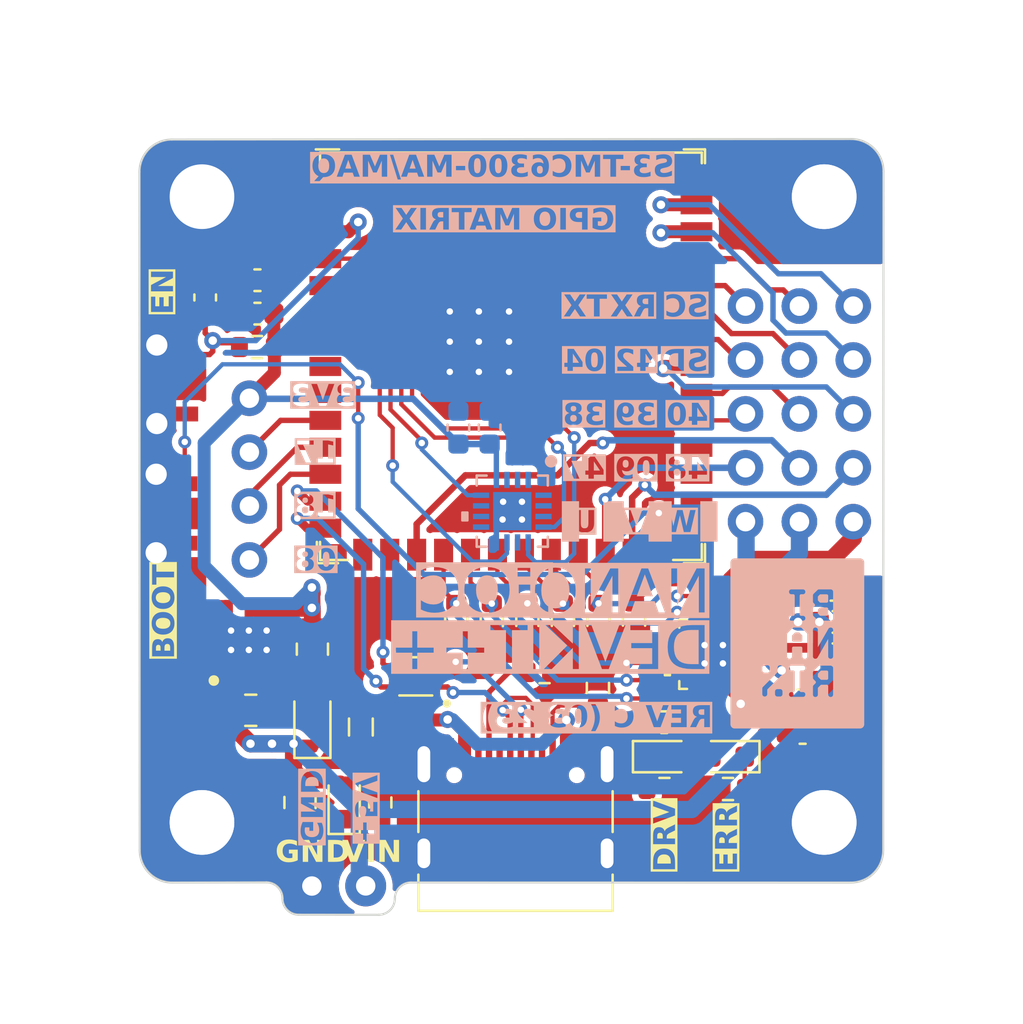
<source format=kicad_pcb>
(kicad_pcb (version 20221018) (generator pcbnew)
  (title_block (comment 4 "AISLER Project ID: TDQDXTRH"))
  (layers (0 "F.Cu" signal) (31 "B.Cu" signal) (34 "B.Paste" user) (35 "F.Paste" user) (36 "B.SilkS" user "B.Silkscreen") (37 "F.SilkS" user "F.Silkscreen") (38 "B.Mask" user) (39 "F.Mask" user) (44 "Edge.Cuts" user))
  (net 0 "")
  (net 1 "Net-(D1-A)")
  (net 2 "GND")
  (net 3 "Net-(U2-1-8VOUT)")
  (net 4 "VS")
  (net 5 "+3.3V")
  (net 6 "USB_D+")
  (net 7 "USB_D-")
  (net 8 "EN")
  (net 9 "Net-(D1-K)")
  (net 10 "Net-(D2-K)")
  (net 11 "Net-(D2-A)")
  (net 14 "VBUS")
  (net 15 "Net-(D4-A)")
  (net 16 "Net-(P1-CC)")
  (net 19 "IN_VL")
  (net 20 "IN_WL")
  (net 21 "IN_UL")
  (net 22 "IN_WH")
  (net 23 "IN_VH")
  (net 24 "IN_UH")
  (net 25 "BRUV")
  (net 26 "BRW")
  (net 27 "Net-(D5-K)")
  (net 28 "MAQ_CS")
  (net 29 "MAQ_MOSI")
  (net 30 "MAQ_MISO")
  (net 33 "IO17")
  (net 34 "IO18")
  (net 35 "IO8")
  (net 38 "IO09")
  (net 39 "IO47")
  (net 40 "IO48")
  (net 42 "BOOT")
  (net 46 "IO38")
  (net 47 "IO39")
  (net 48 "IO40")
  (net 49 "IO41")
  (net 50 "IO42")
  (net 51 "TXD0")
  (net 52 "RXD0")
  (net 53 "I2C_SDA")
  (net 54 "I2C_SCL")
  (net 55 "W_OUT")
  (net 57 "U_OUT")
  (net 58 "V_OUT")
  (net 67 "MAQ_SCLK")
  (net 71 "MCU_D-")
  (net 72 "MCU_D+")
  (footprint "Library_Karl_Mal:Pad - M3 - Edge" (layer "F.Cu") (at 102.87 35.179)
    (fp_text reference "REF**" hide)
    (fp_text value "Pad - M3 - Edge")
  )
  (footprint "Library_Karl_Mal:Pad - M3 - Edge" (layer "F.Cu") (at 132.207 35.179)
    (fp_text reference "REF**" hide)
    (fp_text value "Pad - M3 - Edge")
  )
  (footprint "" (layer "F.Cu") (at 133.5786 42.8752)
    (fp_text reference "")
    (fp_text value "")
  )
  (footprint "" (layer "F.Cu") (at 131.0386 40.3352)
    (fp_text reference "")
    (fp_text value "")
  )
  (footprint "Resistor_SMD:R_0603_1608Metric" (layer "F.Cu") (at 111.2774 63.7286 90)
    (fp_text reference "R14" hide)
    (fp_text value "350R")
  )
  (footprint "LED_SMD:LED_0603_1608Metric" (layer "F.Cu") (at 127.6726 61.5696 180)
    (fp_text reference "DIAG" hide)
    (fp_text value "ERROR")
  )
  (footprint "Resistor_SMD:R_0603_1608Metric" (layer "F.Cu") (at 131.191 58.928)
    (fp_text reference "R9" hide)
    (fp_text value "300M" hide)
  )
  (footprint "Package_TO_SOT_SMD:SOT-563" (layer "F.Cu") (at 112.8268 57.785 180)
    (fp_text reference "D3" hide)
    (fp_text value "NUF2042XV6T1G")
  )
  (footprint "Library_Karl_Mal:2.54mm Pad - SM" (layer "F.Cu") (at 128.4986 45.4152)
    (fp_text reference "REF**" hide)
    (fp_text value "2.54mm Pad - SM" hide)
  )
  (footprint "" (layer "F.Cu") (at 131.0386 47.9552)
    (fp_text reference "")
    (fp_text value "")
  )
  (footprint "Inductor_SMD:L_0805_2012Metric" (layer "F.Cu") (at 110.363 60.1726 -90)
    (fp_text reference "L1" hide)
    (fp_text value "100Mhz 40Ohm 1.5A" hide)
  )
  (footprint "" (layer "F.Cu") (at 133.5786 40.3352)
    (fp_text reference "")
    (fp_text value "")
  )
  (footprint "Capacitor_SMD:C_0805_2012Metric" (layer "F.Cu") (at 107.4928 63.7286 -90)
    (fp_text reference "C9" hide)
    (fp_text value "22uF")
  )
  (footprint "Resistor_SMD:R_0603_1608Metric" (layer "F.Cu") (at 121.5644 55.1688 -90)
    (fp_text reference "R5" hide)
    (fp_text value "100K")
  )
  (footprint "Resistor_SMD:R_0603_1608Metric" (layer "F.Cu") (at 118.2116 55.1688 -90)
    (fp_text reference "R3" hide)
    (fp_text value "100K")
  )
  (footprint "" (layer "F.Cu") (at 133.5786 50.4952)
    (fp_text reference "")
    (fp_text value "")
  )
  (footprint "Capacitor_SMD:C_0603_1608Metric" (layer "F.Cu") (at 131.191 60.452)
    (fp_text reference "C2" hide)
    (fp_text value "100nF" hide)
  )
  (footprint "Library_Karl_Mal:Pad - M3 - Edge" (layer "F.Cu") (at 102.87 64.6684)
    (fp_text reference "REF**" hide)
    (fp_text value "Pad - M3 - Edge")
  )
  (footprint "" (layer "F.Cu") (at 108.0516 67.6656)
    (fp_text reference "")
    (fp_text value "")
  )
  (footprint "Resistor_SMD:R_0603_1608Metric" (layer "F.Cu") (at 116.5352 55.181 -90)
    (fp_text reference "R2" hide)
    (fp_text value "100K")
  )
  (footprint "" (layer "F.Cu") (at 131.0386 50.4952)
    (fp_text reference "")
    (fp_text value "")
  )
  (footprint "kikit:Tab" (layer "F.Cu") (at 117.729 67.838 90)
    (fp_text reference "REF**" hide)
    (fp_text value "Tab")
  )
  (footprint "kikit:Tab" (layer "F.Cu") (at 135.255 57.15 180)
    (fp_text reference "REF**" hide)
    (fp_text value "Tab")
  )
  (footprint "Resistor_SMD:R_0603_1608Metric" (layer "F.Cu") (at 105.4608 42.2656 180)
    (fp_text reference "R15" hide)
    (fp_text value "10K")
  )
  (footprint "" (layer "F.Cu") (at 105.1052 52.2986)
    (fp_text reference "")
    (fp_text value "")
  )
  (footprint "Capacitor_SMD:C_0603_1608Metric" (layer "F.Cu") (at 103.0224 39.9288 90)
    (fp_text reference "C13" hide)
    (fp_text value "1uF")
  )
  (footprint "kikit:Tab" (layer "F.Cu") (at 117.729 32.258 -90)
    (fp_text reference "REF**" hide)
    (fp_text value "Tab")
  )
  (footprint "Capacitor_SMD:C_0603_1608Metric" (layer "F.Cu") (at 124.6632 59.944 180)
    (fp_text reference "C1" hide)
    (fp_text value "100nF")
  )
  (footprint "Capacitor_SMD:C_0603_1608Metric" (layer "F.Cu") (at 105.4862 39.116 180)
    (fp_text reference "C12" hide)
    (fp_text value "100nF")
  )
  (footprint "Library_Karl_Mal:2.54mm Pad - SM" (layer "F.Cu") (at 128.4986 47.9552)
    (fp_text reference "REF**" hide)
    (fp_text value "2.54mm Pad - SM" hide)
  )
  (footprint "Library_Karl_Mal:2.54mm Pad - SM" (layer "F.Cu") (at 128.4986 42.8752)
    (fp_text reference "REF**" hide)
    (fp_text value "2.54mm Pad - SM" hide)
  )
  (footprint "Capacitor_SMD:C_0805_2012Metric" (layer "F.Cu") (at 108.077 56.5034 90)
    (fp_text reference "C6" hide)
    (fp_text value "4.7uF")
  )
  (footprint "" (layer "F.Cu") (at 133.5786 47.9552)
    (fp_text reference "")
    (fp_text value "")
  )
  (footprint "" (layer "F.Cu") (at 133.5786 45.4152)
    (fp_text reference "")
    (fp_text value "")
  )
  (footprint "Library_Karl_Mal:Pad - M3 - Edge" (layer "F.Cu") (at 132.207 64.6684)
    (fp_text reference "REF**" hide)
    (fp_text value "Pad - M3 - Edge")
  )
  (footprint "" (layer "F.Cu") (at 105.1052 47.2186)
    (fp_text reference "")
    (fp_text value "")
  )
  (footprint "" (layer "F.Cu") (at 132.207 64.6684)
    (fp_text reference "")
    (fp_text value "")
  )
  (footprint "Capacitor_SMD:C_0603_1608Metric" (layer "F.Cu") (at 132.75 56.7436)
    (fp_text reference "C4" hide)
    (fp_text value "100nF" hide)
  )
  (footprint "Button_Switch_SMD:SKTDLDE010" (layer "F.Cu") (at 102.26 50.02 -90)
    (fp_text reference "SW1" hide)
    (fp_text value "SW_MEC_5E" hide)
  )
  (footprint "" (layer "F.Cu") (at 131.0386 45.4152)
    (fp_text reference "")
    (fp_text value "")
  )
  (footprint "Capacitor_SMD:C_0805_2012Metric" (layer "F.Cu") (at 105.1712 59.3838)
    (fp_text reference "C5" hide)
    (fp_text value "4.7uF")
  )
  (footprint "Resistor_SMD:R_0603_1608Metric" (layer "F.Cu") (at 127.6726 63.0936 180)
    (fp_text reference "R8" hide)
    (fp_text value "300R" hide)
  )
  (footprint "Resistor_SMD:R_0603_1608Metric" (layer "F.Cu") (at 119.888 55.1688 -90)
    (fp_text reference "R4" hide)
    (fp_text value "100K")
  )
  (footprint "Capacitor_SMD:C_0603_1608Metric" (layer "F.Cu") (at 132.75 55.2196)
    (fp_text reference "C3" hide)
    (fp_text value "10uF" hide)
  )
  (footprint "" (layer "F.Cu") (at 131.0386 40.3352)
    (fp_text reference "")
    (fp_text value "")
  )
  (footprint "" (layer "F.Cu") (at 131.0386 50.4952)
    (fp_text reference "")
    (fp_text value "")
  )
  (footprint "Resistor_SMD:R_0603_1608Metric" (layer "F.Cu") (at 124.6754 63.0936)
    (fp_text reference "R7" hide)
    (fp_text value "300R" hide)
  )
  (footprint "kikit:Tab" (layer "F.Cu") (at 99.695 57.15)
    (fp_text reference "REF**" hide)
    (fp_text value "Tab")
  )
  (footprint "Diode_SMD:D_SOD-323" (layer "F.Cu") (at 108.077 60.0202 90)
    (fp_text reference "D4" hide)
    (fp_text value "D")
  )
  (footprint "" (layer "F.Cu") (at 105.1052 49.7586)
    (fp_text reference "")
    (fp_text value "")
  )
  (footprint "" (layer "F.Cu") (at 132.207 35.179)
    (fp_text reference "")
    (fp_text value "")
  )
  (footprint "" (layer "F.Cu") (at 131.0386 45.4152)
    (fp_text reference "")
    (fp_text value "")
  )
  (footprint "" (layer "F.Cu") (at 131.0386 47.9552)
    (fp_text reference "")
    (fp_text value "")
  )
  (footprint "Resistor_SMD:R_0603_1608Metric" (layer "F.Cu") (at 114.8588 55.1688 -90)
    (fp_text reference "R1" hide)
    (fp_text value "100K")
  )
  (footprint "Resistor_SMD:R_0603_1608Metric" (layer "F.Cu") (at 123.2408 55.1566 -90)
    (fp_text reference "R6" hide)
    (fp_text value "100K")
  )
  (footprint "TMC6300-LA:TMC6300-LA" (layer "F.Cu") (at 127 56.75 -90)
    (fp_text reference "U2" hide)
    (fp_text value "TMC6300-LA" hide)
  )
  (footprint "Espressif:ESP32-S3-WROOM-1U" (layer "F.Cu") (at 117.4372 42.55)
    (fp_text reference "U1" hide)
    (fp_text value "ESP32-S3-WROOM-1")
  )
  (footprint "LED_SMD:LED_0603_1608Metric" (layer "F.Cu") (at 109.5756 63.7286 90)
    (fp_text reference "D5" hide)
    (fp_text value "LED")
  )
  (footprint "Resistor_SMD:R_0603_1608Metric" (layer "F.Cu") (at 132.75 53.6956)
    (fp_text reference "R10" hide)
    (fp_text value "300M" hide)
  )
  (footprint "Capacitor_SMD:C_0603_1608Metric" (layer "F.Cu") (at 105.4862 40.6908 180)
    (fp_text reference "C11" hide)
    (fp_text value "22uF")
  )
  (footprint "Resistor_SMD:R_0603_1608Metric" (layer "F.Cu") (at 121.539 58.3306 -90)
    (fp_text reference "R13" hide)
    (fp_text value "5.1K")
  )
  (footprint "ST1L05 LDO:SON95P300X300X100-7N-D" (layer "F.Cu") (at 105.0798 56.0818 90)
    (fp_text reference "IC1" hide)
    (fp_text value "ST1L05CPU33R" hide)
  )
  (footprint "Connector_USB:USB_C_Receptacle_G-Switch_GT-USB-7010ASV" (layer "F.Cu") (at 117.6528 65.0494)
    (fp_text reference "P1" hide)
    (fp_text value "USB_C_Plug")
  )
  (footprint "" (layer "F.Cu") (at 131.0386 42.8752)
    (fp_text reference "")
    (fp_text value "")
  )
  (footprint "Library_Karl_Mal:2.54mm Pad - MD" (layer "F.Cu") (at 110.59 67.66)
    (fp_text reference "REF**" hide)
    (fp_text value "2.54mm Pad - MD")
  )
  (footprint "Resistor_SMD:R_0603_1608Metric" (layer "F.Cu") (at 119.0244 57.5818 180)
    (fp_text reference "R13" hide)
    (fp_text value "5.1K")
  )
  (footprint "" (layer "F.Cu") (at 131.0386 42.8752)
    (fp_text reference "")
    (fp_text value "")
  )
  (footprint "Button_Switch_SMD:SKTDLDE010" (layer "F.Cu") (at 102.26 44.0002 -90)
    (fp_text reference "SW2" hide)
    (fp_text value "SW_MEC_5E" hide)
  )
  (footprint "" (layer "F.Cu") (at 105.1052 44.6786)
    (fp_text reference "")
    (fp_text value "")
  )
  (footprint "LED_SMD:LED_0603_1608Metric" (layer "F.Cu") (at 124.6754 61.5696)
    (fp_text reference "DRV" hide)
    (fp_text value "DRIVER")
  )
  (footprint "Library_Karl_Mal:2.54mm Pad - SM" (layer "F.Cu") (at 128.4986 40.3352)
    (fp_text reference "REF**" hide)
    (fp_text value "2.54mm Pad - SM" hide)
  )
  (footprint "" (layer "F.Cu") (at 102.87 64.6684)
    (fp_text reference "")
    (fp_text value "")
  )
  (footprint "Library_Karl_Mal:2.54mm Pad - SM" (layer "F.Cu") (at 128.4986 50.4952)
    (fp_text reference "REF**" hide)
    (fp_text value "2.54mm Pad - SM" hide)
  )
  (footprint "MAQ430:MAQ430GQE-AEC1-P" (layer "B.Cu") (at 117.5004 49.999199 180)
    (fp_text reference "U3" hide)
    (fp_text value "MAQ430GQE-AEC1-P" hide)
  )
  (footprint "Capacitor_SMD:C_0603_1608Metric" (layer "B.Cu") (at 114.9604 46.0626 90)
    (fp_text reference "C7" hide)
    (fp_text value "1uF")
  )
  (footprint "Capacitor_SMD:C_0603_1608Metric" (layer "B.Cu") (at 116.4336 46.0626 90)
    (fp_text reference "C8" hide)
    (fp_text value "100nF")
  )
  (gr_poly (pts (xy 128.2192 54.102) (xy 128.2192 53.9496) (xy 127.4064 53.9496) (xy 127.4064 54.102) (xy 127.7112 54.7624) (xy 127.9144 54.7624) (xy 128.2192 54.102)) (fill solid) (layer "F.Cu"))
  (gr_circle (center 106.775 33.325) (end 106.775 33.325) (fill solid) (layer "F.Cu"))
  (gr_circle (center 119.3292 47.6504) (end 119.507 47.7774) (stroke (width 0.15)) (fill solid) (layer "B.SilkS"))
  (gr_rect (start 126.365 49.53) (end 127.1778 51.435) (fill solid) (layer "B.SilkS"))
  (gr_poly (pts (xy 132.030512 54.536534) (xy 132.028147 54.536686) (xy 132.025781 54.536942) (xy 132.023415 54.537306) (xy 132.02105 54.537781) (xy 132.018684 54.53837) (xy 132.016318 54.539076) (xy 132.013952 54.539903) (xy 132.011586 54.540852) (xy 132.00922 54.541928) (xy 132.006854 54.543133) (xy 132.004487 54.544471) (xy 132.002121 54.545944) (xy 131.999755 54.547556) (xy 131.997388 54.54931) (xy 131.995022 54.551208) (xy 131.921422 54.629016) (xy 131.919894 54.631012) (xy 131.918466 54.633054) (xy 131.917135 54.635139) (xy 131.915904 54.637264) (xy 131.914771 54.639426) (xy 131.913736 54.641622) (xy 131.9128 54.643849) (xy 131.911962 54.646103) (xy 131.911223 54.648382) (xy 131.910582 54.650683) (xy 131.91004 54.653002) (xy 131.909596 54.655336) (xy 131.909251 54.657683) (xy 131.909005 54.660039) (xy 131.908857 54.662402) (xy 131.908808 54.664768) (xy 131.908808 54.803562) (xy 131.908857 54.805556) (xy 131.909005 54.807594) (xy 131.909251 54.809669) (xy 131.909596 54.811774) (xy 131.91004 54.813905) (xy 131.910582 54.816054) (xy 131.911223 54.818215) (xy 131.911962 54.820382) (xy 131.9128 54.82255) (xy 131.913736 54.824711) (xy 131.914771 54.82686) (xy 131.915904 54.828991) (xy 131.917135 54.831096) (xy 131.918466 54.833171) (xy 131.919894 54.835209) (xy 131.921422 54.837203) (xy 131.995022 54.912914) (xy 131.997018 54.914811) (xy 131.999064 54.916564) (xy 132.00116 54.918175) (xy 132.003304 54.919648) (xy 132.005498 54.920985) (xy 132.007741 54.922189) (xy 132.010033 54.923265) (xy 132.012374 54.924214) (xy 132.014765 54.92504) (xy 132.017205 54.925746) (xy 132.019694 54.926335) (xy 132.022232 54.92681) (xy 132.02482 54.927174) (xy 132.027456 54.92743) (xy 132.030142 54.927582) (xy 132.032877 54.927632) (xy 132.327286 54.927632) (xy 132.331 54.92754) (xy 132.33465 54.927268) (xy 132.338231 54.926819) (xy 132.34174 54.926198) (xy 132.345174 54.925409) (xy 132.348528 54.924457) (xy 132.351801 54.923345) (xy 132.354987 54.922078) (xy 132.358084 54.92066) (xy 132.361088 54.919096) (xy 132.363996 54.917389) (xy 132.366804 54.915544) (xy 132.369509 54.913564) (xy 132.372108 54.911455) (xy 132.374596 54.909221) (xy 132.37697 54.906865) (xy 132.379228 54.904392) (xy 132.381365 54.901806) (xy 132.383378 54.899112) (xy 132.385263 54.896314) (xy 132.387018 54.893415) (xy 132.388638 54.89042) (xy 132.39012 54.887334) (xy 132.391461 54.884161) (xy 132.392657 54.880904) (xy 132.393705 54.877568) (xy 132.394602 54.874158) (xy 132.395343 54.870677) (xy 132.395925 54.86713) (xy 132.396345 54.863521) (xy 132.3966 54.859855) (xy 132.396686 54.856134) (xy 132.396686 54.610092) (xy 132.3966 54.606365) (xy 132.396345 54.60268) (xy 132.395925 54.599042) (xy 132.395343 54.595456) (xy 132.394602 54.591927) (xy 132.393705 54.588461) (xy 132.392657 54.585061) (xy 132.391461 54.581733) (xy 132.39012 54.578482) (xy 132.388638 54.575313) (xy 132.387018 54.572232) (xy 132.385263 54.569242) (xy 132.383378 54.566349) (xy 132.381365 54.563559) (xy 132.379228 54.560875) (xy 132.37697 54.558303) (xy 132.374596 54.555849) (xy 132.372108 54.553517) (xy 132.369509 54.551311) (xy 132.366804 54.549238) (xy 132.363996 54.547302) (xy 132.361088 54.545508) (xy 132.358084 54.543861) (xy 132.354987 54.542366) (xy 132.351801 54.541029) (xy 132.348528 54.539853) (xy 132.345174 54.538845) (xy 132.34174 54.538008) (xy 132.338231 54.537349) (xy 132.33465 54.536872) (xy 132.331 54.536582) (xy 132.327286 54.536484) (xy 132.032877 54.536484)) (fill solid) (layer "B.SilkS"))
  (gr_poly (pts (xy 132.072221 57.510769) (xy 132.069602 57.51092) (xy 132.067069 57.511176) (xy 132.064617 57.51154) (xy 132.062238 57.512015) (xy 132.059926 57.512604) (xy 132.057677 57.51331) (xy 132.055483 57.514137) (xy 132.053338 57.515086) (xy 132.051236 57.516162) (xy 132.049171 57.517367) (xy 132.047137 57.518705) (xy 132.045128 57.520178) (xy 132.043137 57.52179) (xy 132.041159 57.523544) (xy 132.039187 57.525443) (xy 131.921422 57.641099) (xy 131.919894 57.642749) (xy 131.918466 57.644537) (xy 131.917135 57.646455) (xy 131.915904 57.648493) (xy 131.914771 57.650642) (xy 131.913736 57.652893) (xy 131.9128 57.655236) (xy 131.911962 57.657662) (xy 131.911223 57.660162) (xy 131.910582 57.662727) (xy 131.91004 57.665347) (xy 131.909596 57.668013) (xy 131.909251 57.670716) (xy 131.909005 57.673447) (xy 131.908857 57.676196) (xy 131.908808 57.678954) (xy 131.908808 57.779892) (xy 131.908857 57.782652) (xy 131.909005 57.785401) (xy 131.909251 57.788133) (xy 131.909596 57.790836) (xy 131.91004 57.793502) (xy 131.910582 57.796122) (xy 131.911223 57.798687) (xy 131.911962 57.801186) (xy 131.9128 57.803612) (xy 131.913736 57.805955) (xy 131.914771 57.808205) (xy 131.915904 57.810354) (xy 131.917135 57.812392) (xy 131.918466 57.814309) (xy 131.919894 57.816098) (xy 131.921422 57.817748) (xy 132.039187 57.93341) (xy 132.041159 57.935308) (xy 132.043137 57.93706) (xy 132.045128 57.938671) (xy 132.047137 57.940144) (xy 132.049171 57.941481) (xy 132.051236 57.942686) (xy 132.053338 57.943761) (xy 132.055483 57.94471) (xy 132.057677 57.945536) (xy 132.059926 57.946242) (xy 132.062238 57.946831) (xy 132.064617 57.947306) (xy 132.067069 57.94767) (xy 132.069602 57.947926) (xy 132.072221 57.948078) (xy 132.074933 57.948128) (xy 132.327286 57.948128) (xy 132.331 57.948036) (xy 132.33465 57.947764) (xy 132.338231 57.947315) (xy 132.34174 57.946694) (xy 132.345174 57.945906) (xy 132.348528 57.944953) (xy 132.351801 57.943841) (xy 132.354987 57.942575) (xy 132.358084 57.941157) (xy 132.361088 57.939592) (xy 132.363996 57.937885) (xy 132.366804 57.93604) (xy 132.369509 57.934061) (xy 132.372108 57.931952) (xy 132.374596 57.929717) (xy 132.37697 57.927361) (xy 132.379228 57.924888) (xy 132.381365 57.922303) (xy 132.383378 57.919609) (xy 132.385263 57.91681) (xy 132.387018 57.913911) (xy 132.388638 57.910917) (xy 132.39012 57.907831) (xy 132.391461 57.904657) (xy 132.392657 57.9014) (xy 132.393705 57.898065) (xy 132.394602 57.894654) (xy 132.395343 57.891174) (xy 132.395925 57.887627) (xy 132.396345 57.884018) (xy 132.3966 57.880351) (xy 132.396686 57.876631) (xy 132.396686 57.582222) (xy 132.3966 57.578502) (xy 132.396345 57.574834) (xy 132.395925 57.571225) (xy 132.395343 57.567677) (xy 132.394602 57.564196) (xy 132.393705 57.560785) (xy 132.392657 57.557449) (xy 132.391461 57.554192) (xy 132.39012 57.551018) (xy 132.388638 57.547932) (xy 132.387018 57.544937) (xy 132.385263 57.542038) (xy 132.383378 57.539239) (xy 132.381365 57.536545) (xy 132.379228 57.533959) (xy 132.37697 57.531486) (xy 132.374596 57.52913) (xy 132.372108 57.526895) (xy 132.369509 57.524786) (xy 132.366804 57.522807) (xy 132.363996 57.520962) (xy 132.361088 57.519254) (xy 132.358084 57.51769) (xy 132.354987 57.516272) (xy 132.351801 57.515005) (xy 132.348528 57.513893) (xy 132.345174 57.512941) (xy 132.34174 57.512152) (xy 132.338231 57.511531) (xy 132.33465 57.511083) (xy 132.331 57.51081) (xy 132.327286 57.510719) (xy 132.074933 57.510719)) (fill solid) (layer "B.SilkS"))
  (gr_rect (start 123.9266 49.53) (end 125.0188 51.435) (fill solid) (layer "B.SilkS"))
  (gr_poly (pts (xy 132.030142 53.918276) (xy 132.027456 53.918427) (xy 132.02482 53.918684) (xy 132.022232 53.919048) (xy 132.019694 53.919523) (xy 132.017205 53.920112) (xy 132.014765 53.920818) (xy 132.012374 53.921644) (xy 132.010033 53.922594) (xy 132.007741 53.92367) (xy 132.005498 53.924875) (xy 132.003304 53.926213) (xy 132.00116 53.927686) (xy 131.999064 53.929298) (xy 131.997018 53.931052) (xy 131.995022 53.93295) (xy 131.921422 54.008654) (xy 131.919894 54.01065) (xy 131.918466 54.012688) (xy 131.917135 54.014763) (xy 131.915904 54.01687) (xy 131.914771 54.019) (xy 131.913736 54.021149) (xy 131.9128 54.023311) (xy 131.911962 54.025478) (xy 131.911223 54.027646) (xy 131.910582 54.029807) (xy 131.91004 54.031956) (xy 131.909596 54.034087) (xy 131.909251 54.036193) (xy 131.909005 54.038268) (xy 131.908857 54.040307) (xy 131.908808 54.042302) (xy 131.908808 54.1832) (xy 131.908857 54.185564) (xy 131.909005 54.187926) (xy 131.909251 54.190282) (xy 131.909596 54.192628) (xy 131.91004 54.194963) (xy 131.910582 54.197282) (xy 131.911223 54.199582) (xy 131.911962 54.201861) (xy 131.9128 54.204115) (xy 131.913736 54.206342) (xy 131.914771 54.208538) (xy 131.915904 54.210699) (xy 131.917135 54.212824) (xy 131.918466 54.214909) (xy 131.919894 54.21695) (xy 131.921422 54.218945) (xy 131.995022 54.296752) (xy 131.997388 54.298651) (xy 131.999755 54.300404) (xy 132.002121 54.302016) (xy 132.004487 54.30349) (xy 132.006854 54.304828) (xy 132.00922 54.306033) (xy 132.011586 54.307109) (xy 132.013952 54.308058) (xy 132.016318 54.308885) (xy 132.018684 54.309591) (xy 132.02105 54.31018) (xy 132.023415 54.310655) (xy 132.025781 54.311019) (xy 132.028147 54.311275) (xy 132.030512 54.311427) (xy 132.032877 54.311476) (xy 132.327286 54.311476) (xy 132.331 54.311379) (xy 132.33465 54.311089) (xy 132.338231 54.310612) (xy 132.34174 54.309953) (xy 132.345174 54.309116) (xy 132.348528 54.308108) (xy 132.351801 54.306932) (xy 132.354987 54.305595) (xy 132.358084 54.3041) (xy 132.361088 54.302453) (xy 132.363996 54.300659) (xy 132.366804 54.298723) (xy 132.369509 54.29665) (xy 132.372108 54.294445) (xy 132.374596 54.292112) (xy 132.37697 54.289658) (xy 132.379228 54.287087) (xy 132.381365 54.284403) (xy 132.383378 54.281613) (xy 132.385263 54.278721) (xy 132.387018 54.275731) (xy 132.388638 54.27265) (xy 132.39012 54.269481) (xy 132.391461 54.266231) (xy 132.392657 54.262903) (xy 132.393705 54.259504) (xy 132.394602 54.256037) (xy 132.395343 54.252509) (xy 132.395925 54.248924) (xy 132.396345 54.245286) (xy 132.3966 54.241602) (xy 132.396686 54.237876) (xy 132.396686 53.98973) (xy 132.3966 53.986009) (xy 132.396345 53.982342) (xy 132.395925 53.978732) (xy 132.395343 53.975185) (xy 132.394602 53.971704) (xy 132.393705 53.968293) (xy 132.392657 53.964957) (xy 132.391461 53.9617) (xy 132.39012 53.958526) (xy 132.388638 53.955439) (xy 132.387018 53.952445) (xy 132.385263 53.949546) (xy 132.383378 53.946747) (xy 132.381365 53.944052) (xy 132.379228 53.941466) (xy 132.37697 53.938993) (xy 132.374596 53.936637) (xy 132.372108 53.934403) (xy 132.369509 53.932294) (xy 132.366804 53.930314) (xy 132.363996 53.928469) (xy 132.361088 53.926762) (xy 132.358084 53.925197) (xy 132.354987 53.923779) (xy 132.351801 53.922512) (xy 132.348528 53.921401) (xy 132.345174 53.920448) (xy 132.34174 53.91966) (xy 132.338231 53.919039) (xy 132.33465 53.91859) (xy 132.331 53.918318) (xy 132.327286 53.918226) (xy 132.032877 53.918226)) (fill solid) (layer "B.SilkS"))
  (gr_rect (start 121.793 49.53) (end 122.7582 51.435) (fill solid) (layer "B.SilkS"))
  (gr_poly (pts (xy 127.975625 52.223947) (xy 127.965547 52.224714) (xy 127.955616 52.225975) (xy 127.945844 52.227721) (xy 127.936243 52.229936) (xy 127.926827 52.23261) (xy 127.917606 52.23573) (xy 127.908595 52.239283) (xy 127.899805 52.243257) (xy 127.891249 52.247639) (xy 127.882939 52.252418) (xy 127.874887 52.257579) (xy 127.867107 52.263112) (xy 127.859611 52.269003) (xy 127.852411 52.27524) (xy 127.845519 52.28181) (xy 127.838949 52.288702) (xy 127.832712 52.295902) (xy 127.826821 52.303398) (xy 127.821289 52.311178) (xy 127.816127 52.31923) (xy 127.811349 52.32754) (xy 127.806967 52.336096) (xy 127.802993 52.344886) (xy 127.79944 52.353897) (xy 127.796321 52.363117) (xy 127.793647 52.372534) (xy 127.791431 52.382134) (xy 127.789686 52.391906) (xy 127.788424 52.401837) (xy 127.787658 52.411915) (xy 127.7874 52.422126) (xy 127.7874 60.042655) (xy 127.787658 60.052868) (xy 127.788424 60.062946) (xy 127.789686 60.072878) (xy 127.791431 60.08265) (xy 127.793647 60.092251) (xy 127.796321 60.101668) (xy 127.79944 60.110889) (xy 127.802993 60.1199) (xy 127.806967 60.12869) (xy 127.811349 60.137247) (xy 127.816127 60.145557) (xy 127.821289 60.153608) (xy 127.826821 60.161388) (xy 127.832712 60.168884) (xy 127.838949 60.176084) (xy 127.845519 60.182975) (xy 127.852411 60.189546) (xy 127.859611 60.195782) (xy 127.867107 60.201673) (xy 127.874887 60.207205) (xy 127.882939 60.212366) (xy 127.891249 60.217144) (xy 127.899805 60.221526) (xy 127.908595 60.2255) (xy 127.917606 60.229053) (xy 127.926827 60.232172) (xy 127.936243 60.234846) (xy 127.945844 60.237061) (xy 127.955616 60.238806) (xy 127.965547 60.240068) (xy 127.975625 60.240834) (xy 127.985837 60.241093) (xy 133.897727 60.241093) (xy 133.907938 60.240834) (xy 133.918016 60.240068) (xy 133.927947 60.238806) (xy 133.937719 60.237061) (xy 133.947319 60.234846) (xy 133.956736 60.232172) (xy 133.965956 60.229053) (xy 133.974967 60.2255) (xy 133.983758 60.221526) (xy 133.992314 60.217144) (xy 134.000624 60.212366) (xy 134.008675 60.207205) (xy 134.016455 60.201673) (xy 134.023951 60.195782) (xy 134.031152 60.189546) (xy 134.038043 60.182975) (xy 134.044614 60.176084) (xy 134.050851 60.168884) (xy 134.056742 60.161388) (xy 134.062274 60.153608) (xy 134.067436 60.145557) (xy 134.072214 60.137247) (xy 134.076596 60.12869) (xy 134.08057 60.1199) (xy 134.084123 60.110889) (xy 134.087243 60.101668) (xy 134.089917 60.092251) (xy 134.092132 60.08265) (xy 134.093878 60.072878) (xy 134.095139 60.062946) (xy 134.095906 60.052868) (xy 134.096164 60.042655) (xy 134.096164 58.64209) (xy 132.628004 58.64209) (xy 132.627858 58.648152) (xy 132.627422 58.654109) (xy 132.626703 58.659956) (xy 132.625708 58.665687) (xy 132.624444 58.671297) (xy 132.622917 58.676779) (xy 132.621133 58.682127) (xy 132.6191 58.687337) (xy 132.616823 58.692402) (xy 132.614309 58.697316) (xy 132.611565 58.702074) (xy 132.608598 58.70667) (xy 132.605413 58.711098) (xy 132.602017 58.715353) (xy 132.598418 58.719427) (xy 132.594621 58.723317) (xy 132.590632 58.727016) (xy 132.58646 58.730518) (xy 132.582109 58.733817) (xy 132.577588 58.736908) (xy 132.572901 58.739785) (xy 132.568056 58.742442) (xy 132.563059 58.744873) (xy 132.557918 58.747073) (xy 132.552637 58.749036) (xy 132.547224 58.750756) (xy 132.541686 58.752227) (xy 132.536029 58.753443) (xy 132.53026 58.7544) (xy 132.524384 58.75509) (xy 132.518409 58.755508) (xy 132.512342 58.755649) (xy 132.506275 58.755508) (xy 132.5003 58.75509) (xy 132.494426 58.7544) (xy 132.488656 58.753443) (xy 132.483 58.752227) (xy 132.477462 58.750756) (xy 132.47205 58.749036) (xy 132.46677 58.747073) (xy 132.461628 58.744873) (xy 132.456632 58.742442) (xy 132.451787 58.739785) (xy 132.447101 58.736908) (xy 132.442579 58.733817) (xy 132.438229 58.730518) (xy 132.434057 58.727016) (xy 132.430069 58.723317) (xy 132.426272 58.719427) (xy 132.422672 58.715353) (xy 132.419277 58.711098) (xy 132.416092 58.70667) (xy 132.413125 58.702074) (xy 132.410381 58.697316) (xy 132.407867 58.692402) (xy 132.40559 58.687337) (xy 132.403557 58.682127) (xy 132.401773 58.676779) (xy 132.400246 58.671297) (xy 132.398982 58.665687) (xy 132.397987 58.659956) (xy 132.397269 58.654109) (xy 132.396833 58.648152) (xy 132.396686 58.64209) (xy 132.396686 58.25095) (xy 132.3966 58.247229) (xy 132.396345 58.243562) (xy 132.395925 58.239952) (xy 132.395343 58.236405) (xy 132.394602 58.232924) (xy 132.393705 58.229513) (xy 132.392657 58.226177) (xy 132.391461 58.22292) (xy 132.39012 58.219746) (xy 132.388638 58.21666) (xy 132.387018 58.213665) (xy 132.385263 58.210766) (xy 132.383378 58.207967) (xy 132.381365 58.205273) (xy 132.379228 58.202687) (xy 132.37697 58.200214) (xy 132.374596 58.197858) (xy 132.372108 58.195623) (xy 132.369509 58.193514) (xy 132.366804 58.191535) (xy 132.363996 58.189689) (xy 132.361088 58.187982) (xy 132.358084 58.186418) (xy 132.354987 58.185) (xy 132.351801 58.183733) (xy 132.348528 58.182621) (xy 132.345174 58.181669) (xy 132.34174 58.18088) (xy 132.338231 58.180259) (xy 132.33465 58.179811) (xy 132.331 58.179538) (xy 132.327286 58.179447) (xy 132.074933 58.179447) (xy 132.072221 58.179496) (xy 132.069602 58.179648) (xy 132.067069 58.179904) (xy 132.064617 58.180268) (xy 132.062238 58.180743) (xy 132.059926 58.181332) (xy 132.057677 58.182038) (xy 132.055483 58.182865) (xy 132.053338 58.183814) (xy 132.051236 58.18489) (xy 132.049171 58.186095) (xy 132.047137 58.187433) (xy 132.045128 58.188906) (xy 132.043137 58.190518) (xy 132.041159 58.192272) (xy 132.039187 58.19417) (xy 131.921422 58.311936) (xy 131.919894 58.313608) (xy 131.918466 58.315455) (xy 131.917135 58.317456) (xy 131.915904 58.31959) (xy 131.914771 58.321835) (xy 131.913736 58.32417) (xy 131.9128 58.326572) (xy 131.911962 58.32902) (xy 131.911223 58.331493) (xy 131.910582 58.333969) (xy 131.91004 58.336427) (xy 131.909596 58.338844) (xy 131.909251 58.3412) (xy 131.909005 58.343473) (xy 131.908857 58.34564) (xy 131.908808 58.347681) (xy 131.908808 58.64209) (xy 131.908655 58.648152) (xy 131.908201 58.654109) (xy 131.907454 58.659956) (xy 131.906421 58.665687) (xy 131.905109 58.671297) (xy 131.903526 58.676779) (xy 131.901679 58.682127) (xy 131.899574 58.687337) (xy 131.897221 58.692402) (xy 131.894625 58.697316) (xy 131.891794 58.702074) (xy 131.888735 58.70667) (xy 131.885457 58.711098) (xy 131.881965 58.715353) (xy 131.878268 58.719427) (xy 131.874372 58.723317) (xy 131.870285 58.727016) (xy 131.866015 58.730518) (xy 131.861568 58.733817) (xy 131.856953 58.736908) (xy 131.852175 58.739785) (xy 131.847244 58.742442) (xy 131.842165 58.744873) (xy 131.836946 58.747073) (xy 131.831595 58.749036) (xy 131.826118 58.750756) (xy 131.820524 58.752227) (xy 131.814819 58.753443) (xy 131.809011 58.7544) (xy 131.803108 58.75509) (xy 131.797115 58.755508) (xy 131.791041 58.755649) (xy 131.78498 58.755508) (xy 131.779023 58.75509) (xy 131.773175 58.7544) (xy 131.767444 58.753443) (xy 131.761835 58.752227) (xy 131.756353 58.750756) (xy 131.751004 58.749036) (xy 131.745794 58.747073) (xy 131.740729 58.744873) (xy 131.735815 58.742442) (xy 131.731057 58.739785) (xy 131.726461 58.736908) (xy 131.722033 58.733817) (xy 131.717779 58.730518) (xy 131.713704 58.727016) (xy 131.709814 58.723317) (xy 131.706116 58.719427) (xy 131.702614 58.715353) (xy 131.699314 58.711098) (xy 131.696223 58.70667) (xy 131.693347 58.702074) (xy 131.69069 58.697316) (xy 131.688258 58.692402) (xy 131.686058 58.687337) (xy 131.684095 58.682127) (xy 131.682376 58.676779) (xy 131.680904 58.671297) (xy 131.679688 58.665687) (xy 131.678732 58.659956) (xy 131.678041 58.654109) (xy 131.677623 58.648152) (xy 131.677482 58.64209) (xy 131.677482 58.63789) (xy 131.318621 58.63789) (xy 131.31848 58.643951) (xy 131.318062 58.649908) (xy 131.317372 58.655754) (xy 131.316416 58.661485) (xy 131.315199 58.667094) (xy 131.313728 58.672575) (xy 131.312008 58.677924) (xy 131.310045 58.683133) (xy 131.307846 58.688198) (xy 131.305414 58.693112) (xy 131.302757 58.69787) (xy 131.29988 58.702465) (xy 131.296789 58.706893) (xy 131.29349 58.711147) (xy 131.289988 58.715222) (xy 131.28629 58.719111) (xy 131.2824 58.72281) (xy 131.278326 58.726311) (xy 131.274072 58.729611) (xy 131.269644 58.732702) (xy 131.265048 58.735578) (xy 131.26029 58.738235) (xy 131.255376 58.740667) (xy 131.250312 58.742867) (xy 131.245102 58.744829) (xy 131.239754 58.746549) (xy 131.234273 58.74802) (xy 131.228664 58.749237) (xy 131.222933 58.750193) (xy 131.217086 58.750883) (xy 131.21113 58.751302) (xy 131.205069 58.751442) (xy 130.660411 58.751442) (xy 130.654355 58.751302) (xy 130.648415 58.750883) (xy 130.642597 58.750193) (xy 130.636904 58.749237) (xy 130.631342 58.74802) (xy 130.625916 58.746549) (xy 130.620631 58.744829) (xy 130.615492 58.742867) (xy 130.610504 58.740667) (xy 130.605672 58.738235) (xy 130.601001 58.735578) (xy 130.596496 58.732702) (xy 130.592162 58.729611) (xy 130.588004 58.726311) (xy 130.584026 58.72281) (xy 130.580235 58.719111) (xy 130.576635 58.715222) (xy 130.573231 58.711147) (xy 130.570028 58.706893) (xy 130.56703 58.702465) (xy 130.564244 58.69787) (xy 130.561674 58.693112) (xy 130.559325 58.688198) (xy 130.557202 58.683133) (xy 130.55531 58.677924) (xy 130.553654 58.672575) (xy 130.552239 58.667094) (xy 130.55107 58.661485) (xy 130.550152 58.655754) (xy 130.54949 58.649908) (xy 130.549089 58.643951) (xy 130.548955 58.63789) (xy 130.549089 58.631828) (xy 130.54949 58.625871) (xy 130.550118 58.620328) (xy 130.240828 58.620328) (xy 130.240681 58.62639) (xy 130.240245 58.632347) (xy 130.239526 58.638194) (xy 130.238532 58.643925) (xy 130.237267 58.649535) (xy 130.23574 58.655017) (xy 130.233956 58.660365) (xy 130.231922 58.665575) (xy 130.229645 58.67064) (xy 130.227131 58.675554) (xy 130.224387 58.680312) (xy 130.221419 58.684908) (xy 130.218234 58.689336) (xy 130.214839 58.69359) (xy 130.211239 58.697665) (xy 130.207442 58.701555) (xy 130.203453 58.705254) (xy 130.199281 58.708756) (xy 130.19493 58.712055) (xy 130.190408 58.715146) (xy 130.185721 58.718023) (xy 130.180877 58.72068) (xy 130.17588 58.723111) (xy 130.170738 58.725311) (xy 130.165458 58.727274) (xy 130.160045 58.728994) (xy 130.154508 58.730465) (xy 130.148851 58.731682) (xy 130.143082 58.732638) (xy 130.137207 58.733328) (xy 130.131232 58.733746) (xy 130.125165 58.733887) (xy 130.001089 58.733887) (xy 129.995404 58.733746) (xy 129.989788 58.733328) (xy 129.984248 58.732638) (xy 129.978792 58.731682) (xy 129.973427 58.730465) (xy 129.96816 58.728994) (xy 129.962998 58.727274) (xy 129.957949 58.725311) (xy 129.95302 58.723111) (xy 129.948219 58.72068) (xy 129.943552 58.718023) (xy 129.939028 58.715146) (xy 129.934653 58.712055) (xy 129.930434 58.708756) (xy 129.92638 58.705254) (xy 129.922497 58.701555) (xy 129.918792 58.697665) (xy 129.915274 58.69359) (xy 129.911949 58.689336) (xy 129.908824 58.684908) (xy 129.905908 58.680312) (xy 129.903206 58.675554) (xy 129.900727 58.67064) (xy 129.898478 58.665575) (xy 129.896466 58.660365) (xy 129.894699 58.655017) (xy 129.893184 58.649535) (xy 129.891927 58.643925) (xy 129.890937 58.638194) (xy 129.890221 58.632347) (xy 129.889786 58.62639) (xy 129.88964 58.620328) (xy 129.88964 58.498355) (xy 129.889786 58.4923) (xy 129.890221 58.486361) (xy 129.890937 58.480543) (xy 129.891927 58.474851) (xy 129.893184 58.469289) (xy 129.894699 58.463864) (xy 129.896466 58.458579) (xy 129.898478 58.453441) (xy 129.900727 58.448453) (xy 129.903206 58.443621) (xy 129.905908 58.438951) (xy 129.908824 58.434446) (xy 129.911949 58.430112) (xy 129.915274 58.425954) (xy 129.918792 58.421977) (xy 129.922497 58.418186) (xy 129.92638 58.414586) (xy 129.930434 58.411182) (xy 129.934653 58.407979) (xy 129.939028 58.404981) (xy 129.943552 58.402195) (xy 129.948219 58.399625) (xy 129.95302 58.397276) (xy 129.957949 58.395153) (xy 129.962998 58.393261) (xy 129.96816 58.391605) (xy 129.973427 58.39019) (xy 129.978792 58.389021) (xy 129.984248 58.388103) (xy 129.989788 58.387442) (xy 129.995404 58.387041) (xy 130.001089 58.386906) (xy 130.125165 58.386906) (xy 130.131232 58.387041) (xy 130.137207 58.387442) (xy 130.143082 58.388103) (xy 130.148851 58.389021) (xy 130.154508 58.39019) (xy 130.160045 58.391605) (xy 130.165458 58.393261) (xy 130.170738 58.395153) (xy 130.17588 58.397276) (xy 130.180877 58.399625) (xy 130.185721 58.402195) (xy 130.190408 58.404981) (xy 130.19493 58.407979) (xy 130.199281 58.411182) (xy 130.203453 58.414586) (xy 130.207442 58.418186) (xy 130.211239 58.421977) (xy 130.214839 58.425954) (xy 130.218234 58.430112) (xy 130.221419 58.434446) (xy 130.224387 58.438951) (xy 130.227131 58.443621) (xy 130.229645 58.448453) (xy 130.231922 58.453441) (xy 130.233956 58.458579) (xy 130.23574 58.463864) (xy 130.237267 58.469289) (xy 130.238532 58.474851) (xy 130.239526 58.480543) (xy 130.240245 58.486361) (xy 130.240681 58.4923) (xy 130.240828 58.498355) (xy 130.240828 58.620328) (xy 130.550118 58.620328) (xy 130.550152 58.620024) (xy 130.55107 58.614293) (xy 130.552239 58.608683) (xy 130.553654 58.603201) (xy 130.55531 58.597853) (xy 130.557202 58.592643) (xy 130.559325 58.587578) (xy 130.561674 58.582663) (xy 130.564244 58.577905) (xy 130.56703 58.57331) (xy 130.570028 58.568882) (xy 130.573231 58.564627) (xy 130.576635 58.560552) (xy 130.580235 58.556663) (xy 130.584026 58.552964) (xy 130.588004 58.549462) (xy 130.592162 58.546163) (xy 130.596496 58.543072) (xy 130.601001 58.540195) (xy 130.605672 58.537538) (xy 130.610504 58.535106) (xy 130.615492 58.532906) (xy 130.620631 58.530944) (xy 130.625916 58.529224) (xy 130.631342 58.527753) (xy 130.636904 58.526536) (xy 130.642597 58.52558) (xy 130.648415 58.52489) (xy 130.654355 58.524471) (xy 130.660411 58.524331) (xy 130.746632 58.524331) (xy 130.750352 58.524239) (xy 130.754019 58.523967) (xy 130.757628 58.523518) (xy 130.761175 58.522897) (xy 130.764655 58.522108) (xy 130.768066 58.521156) (xy 130.771401 58.520044) (xy 130.774658 58.518777) (xy 130.777832 58.517359) (xy 130.780918 58.515795) (xy 130.783912 58.514088) (xy 130.786811 58.512242) (xy 130.78961 58.510263) (xy 130.792304 58.508154) (xy 130.79489 58.505919) (xy 130.797362 58.503563) (xy 130.799718 58.50109) (xy 130.801953 58.498504) (xy 130.804062 58.49581) (xy 130.806041 58.493011) (xy 130.807886 58.490112) (xy 130.809593 58.487117) (xy 130.811158 58.484031) (xy 130.812576 58.480857) (xy 130.813843 58.4776) (xy 130.814954 58.474264) (xy 130.815907 58.470853) (xy 130.816695 58.467372) (xy 130.817316 58.463824) (xy 130.817765 58.460215) (xy 130.818037 58.456548) (xy 130.818129 58.452827) (xy 130.818129 57.636157) (xy 130.240828 57.636157) (xy 130.24068 57.642346) (xy 130.24024 57.648303) (xy 130.239511 57.654045) (xy 130.238494 57.659586) (xy 130.237195 57.664943) (xy 130.235615 57.67013) (xy 130.233757 57.675163) (xy 130.231626 57.680057) (xy 130.229224 57.684828) (xy 130.226553 57.689491) (xy 130.223618 57.694062) (xy 130.220421 57.698556) (xy 130.216965 57.702988) (xy 130.213253 57.707374) (xy 130.209289 57.711729) (xy 130.205076 57.716068) (xy 129.534245 58.391107) (xy 129.532717 58.393103) (xy 129.531287 58.395149) (xy 129.529956 58.397244) (xy 129.528723 58.399388) (xy 129.527589 58.401582) (xy 129.526554 58.403825) (xy 129.525617 58.406117) (xy 129.524779 58.408459) (xy 129.52404 58.410849) (xy 129.523399 58.413289) (xy 129.522857 58.415778) (xy 129.522413 58.418317) (xy 129.522068 58.420904) (xy 129.521822 58.423541) (xy 129.521674 58.426226) (xy 129.521624 58.428961) (xy 129.521624 58.620328) (xy 129.521472 58.62639) (xy 129.521018 58.632347) (xy 129.520271 58.638194) (xy 129.519238 58.643925) (xy 129.517926 58.649535) (xy 129.516343 58.655017) (xy 129.514496 58.660365) (xy 129.512391 58.665575) (xy 129.510038 58.67064) (xy 129.507442 58.675554) (xy 129.504611 58.680312) (xy 129.501552 58.684908) (xy 129.498274 58.689336) (xy 129.494782 58.69359) (xy 129.491085 58.697665) (xy 129.48719 58.701555) (xy 129.483103 58.705254) (xy 129.478833 58.708756) (xy 129.474387 58.712055) (xy 129.469771 58.715146) (xy 129.464994 58.718023) (xy 129.460063 58.72068) (xy 129.454984 58.723111) (xy 129.449766 58.725311) (xy 129.444415 58.727274) (xy 129.438939 58.728994) (xy 129.433345 58.730465) (xy 129.427641 58.731682) (xy 129.421833 58.732638) (xy 129.41593 58.733328) (xy 129.409938 58.733746) (xy 129.403865 58.733887) (xy 129.397803 58.733746) (xy 129.391846 58.733328) (xy 129.385999 58.732638) (xy 129.380268 58.731682) (xy 129.374658 58.730465) (xy 129.369176 58.728994) (xy 129.363828 58.727274) (xy 129.358618 58.725311) (xy 129.353553 58.723111) (xy 129.348638 58.72068) (xy 129.34388 58.718023) (xy 129.339285 58.715146) (xy 129.334857 58.712055) (xy 129.330602 58.708756) (xy 129.326527 58.705254) (xy 129.322638 58.701555) (xy 129.318939 58.697665) (xy 129.315437 58.69359) (xy 129.312138 58.689336) (xy 129.309047 58.684908) (xy 129.30617 58.680312) (xy 129.303513 58.675554) (xy 129.301081 58.67064) (xy 129.298881 58.665575) (xy 129.296918 58.660365) (xy 129.295199 58.655017) (xy 129.293728 58.649535) (xy 129.292511 58.643925) (xy 129.291555 58.638194) (xy 129.290864 58.632347) (xy 129.290446 58.62639) (xy 129.290305 58.620328) (xy 129.290305 58.359568) (xy 129.290429 58.35338) (xy 129.290802 58.347422) (xy 129.291428 58.341681) (xy 129.292309 58.33614) (xy 129.293449 58.330783) (xy 129.294851 58.325596) (xy 129.296518 58.320563) (xy 129.298453 58.315669) (xy 129.300659 58.310898) (xy 129.30314 58.306235) (xy 129.305897 58.301664) (xy 129.308935 58.29717) (xy 129.312257 58.292738) (xy 129.315865 58.288352) (xy 129.319763 58.283997) (xy 129.323954 58.279657) (xy 129.994785 57.604619) (xy 129.996683 57.602623) (xy 129.998435 57.600577) (xy 130.000046 57.598482) (xy 130.001519 57.596337) (xy 130.002856 57.594143) (xy 130.004061 57.5919) (xy 130.005136 57.589608) (xy 130.006085 57.587267) (xy 130.006911 57.584876) (xy 130.007617 57.582436) (xy 130.008206 57.579947) (xy 130.008681 57.577409) (xy 130.009045 57.574821) (xy 130.009301 57.572185) (xy 130.009453 57.569499) (xy 130.009503 57.566764) (xy 130.009503 57.497371) (xy 129.63939 57.497371) (xy 129.63925 57.503426) (xy 129.638832 57.509365) (xy 129.638144 57.515183) (xy 129.637193 57.520875) (xy 129.635984 57.526436) (xy 129.634525 57.531862) (xy 129.632821 57.537146) (xy 129.63088 57.542285) (xy 129.628708 57.547273) (xy 129.626311 57.552104) (xy 129.623697 57.556775) (xy 129.620871 57.56128) (xy 129.61784 57.565614) (xy 129.614611 57.569772) (xy 129.61119 57.573749) (xy 129.607584 57.57754) (xy 129.603799 57.58114) (xy 129.599843 57.584544) (xy 129.59572 57.587747) (xy 129.591439 57.590744) (xy 129.587005 57.59353) (xy 129.582425 57.5961) (xy 129.577705 57.598449) (xy 129.572853 57.600572) (xy 129.567875 57.602464) (xy 129.562776 57.60412) (xy 129.557565 57.605535) (xy 129.552247 57.606704) (xy 129.546828 57.607622) (xy 129.541316 57.608284) (xy 129.535718 57.608685) (xy 129.530038 57.608819) (xy 129.403865 57.608819) (xy 129.397803 57.608685) (xy 129.391846 57.608284) (xy 129.385999 57.607622) (xy 129.380268 57.606704) (xy 129.374658 57.605535) (xy 129.369176 57.60412) (xy 129.363828 57.602464) (xy 129.358618 57.600572) (xy 129.353553 57.598449) (xy 129.348638 57.5961) (xy 129.34388 57.59353) (xy 129.339285 57.590744) (xy 129.334857 57.587747) (xy 129.330602 57.584544) (xy 129.326527 57.58114) (xy 129.322638 57.57754) (xy 129.318939 57.573749) (xy 129.315437 57.569772) (xy 129.312138 57.565614) (xy 129.309047 57.56128) (xy 129.30617 57.556775) (xy 129.303513 57.552104) (xy 129.301081 57.547273) (xy 129.298881 57.542285) (xy 129.296918 57.537146) (xy 129.295199 57.531862) (xy 129.293728 57.526436) (xy 129.292511 57.520875) (xy 129.291555 57.515183) (xy 129.290864 57.509365) (xy 129.290446 57.503426) (xy 129.290305 57.497371) (xy 129.290305 57.375398) (xy 129.290446 57.369337) (xy 129.290864 57.36338) (xy 129.291555 57.357533) (xy 129.292511 57.351802) (xy 129.293728 57.346193) (xy 129.295199 57.340711) (xy 129.296918 57.335363) (xy 129.298881 57.330153) (xy 129.301081 57.325088) (xy 129.303513 57.320174) (xy 129.30617 57.315416) (xy 129.309047 57.31082) (xy 129.312138 57.306392) (xy 129.315437 57.302137) (xy 129.318939 57.298062) (xy 129.322638 57.294173) (xy 129.326527 57.290474) (xy 129.330602 57.286972) (xy 129.334857 57.283672) (xy 129.339285 57.280581) (xy 129.34388 57.277704) (xy 129.348638 57.275046) (xy 129.353553 57.272615) (xy 129.358618 57.270415) (xy 129.363828 57.268452) (xy 129.369176 57.266732) (xy 129.374658 57.26526) (xy 129.380268 57.264044) (xy 129.385999 57.263087) (xy 129.391846 57.262397) (xy 129.397803 57.261979) (xy 129.403865 57.261838) (xy 129.530038 57.261838) (xy 129.535718 57.261979) (xy 129.541316 57.262397) (xy 129.546828 57.263087) (xy 129.552247 57.264044) (xy 129.557565 57.26526) (xy 129.562776 57.266732) (xy 129.567875 57.268452) (xy 129.572853 57.270415) (xy 129.577705 57.272615) (xy 129.582425 57.275046) (xy 129.587005 57.277704) (xy 129.591439 57.280581) (xy 129.59572 57.283672) (xy 129.599843 57.286972) (xy 129.603799 57.290474) (xy 129.607584 57.294173) (xy 129.61119 57.298062) (xy 129.614611 57.302137) (xy 129.61784 57.306392) (xy 129.620871 57.31082) (xy 129.623697 57.315416) (xy 129.626311 57.320174) (xy 129.628708 57.325088) (xy 129.63088 57.330153) (xy 129.632821 57.335363) (xy 129.634525 57.340711) (xy 129.635984 57.346193) (xy 129.637193 57.351802) (xy 129.638144 57.357533) (xy 129.638832 57.36338) (xy 129.63925 57.369337) (xy 129.63939 57.375398) (xy 129.63939 57.497371) (xy 130.009503 57.497371) (xy 130.009503 57.375398) (xy 130.009649 57.369337) (xy 130.010085 57.36338) (xy 130.010804 57.357533) (xy 130.011799 57.351802) (xy 130.013063 57.346193) (xy 130.01459 57.340711) (xy 130.016374 57.335363) (xy 130.018407 57.330153) (xy 130.020684 57.325088) (xy 130.023198 57.320174) (xy 130.025942 57.315416) (xy 130.028909 57.31082) (xy 130.032094 57.306392) (xy 130.03549 57.302137) (xy 130.039089 57.298062) (xy 130.042887 57.294173) (xy 130.046875 57.290474) (xy 130.051047 57.286972) (xy 130.055398 57.283672) (xy 130.05992 57.280581) (xy 130.064606 57.277704) (xy 130.069451 57.275046) (xy 130.074448 57.272615) (xy 130.07959 57.270415) (xy 130.08487 57.268452) (xy 130.090283 57.266732) (xy 130.095821 57.26526) (xy 130.101478 57.264044) (xy 130.107247 57.263087) (xy 130.113123 57.262397) (xy 130.119098 57.261979) (xy 130.125165 57.261838) (xy 130.131232 57.261979) (xy 130.137207 57.262397) (xy 130.143082 57.263087) (xy 130.148851 57.264044) (xy 130.154508 57.26526) (xy 130.160045 57.266732) (xy 130.165458 57.268452) (xy 130.170738 57.270415) (xy 130.17588 57.272615) (xy 130.180877 57.275046) (xy 130.185721 57.277704) (xy 130.190408 57.280581) (xy 130.19493 57.283672) (xy 130.199281 57.286972) (xy 130.203453 57.290474) (xy 130.207442 57.294173) (xy 130.211239 57.298062) (xy 130.214839 57.302137) (xy 130.218234 57.306392) (xy 130.221419 57.31082) (xy 130.224387 57.315416) (xy 130.227131 57.320174) (xy 130.229645 57.325088) (xy 130.231922 57.330153) (xy 130.233956 57.335363) (xy 130.23574 57.340711) (xy 130.237267 57.346193) (xy 130.238532 57.351802) (xy 130.239526 57.357533) (xy 130.240245 57.36338) (xy 130.240681 57.369337) (xy 130.240828 57.375398) (xy 130.240828 57.636157) (xy 130.818129 57.636157) (xy 130.818129 57.578016) (xy 130.818037 57.574295) (xy 130.817765 57.570628) (xy 130.817316 57.567018) (xy 130.816695 57.563471) (xy 130.815907 57.559989) (xy 130.814954 57.556579) (xy 130.813843 57.553243) (xy 130.812576 57.549986) (xy 130.811158 57.546812) (xy 130.809593 57.543725) (xy 130.807886 57.54073) (xy 130.806041 57.537831) (xy 130.804062 57.535033) (xy 130.801953 57.532338) (xy 130.799718 57.529752) (xy 130.797362 57.527279) (xy 130.79489 57.524923) (xy 130.792304 57.522689) (xy 130.78961 57.52058) (xy 130.786811 57.5186) (xy 130.783912 57.516755) (xy 130.780918 57.515048) (xy 130.777832 57.513483) (xy 130.774658 57.512065) (xy 130.771401 57.510798) (xy 130.768066 57.509687) (xy 130.764655 57.508734) (xy 130.761175 57.507946) (xy 130.757628 57.507325) (xy 130.754019 57.506876) (xy 130.750352 57.506604) (xy 130.746632 57.506512) (xy 130.660411 57.506512) (xy 130.654355 57.506371) (xy 130.648415 57.505953) (xy 130.642597 57.505263) (xy 130.636904 57.504307) (xy 130.631342 57.50309) (xy 130.625916 57.501619) (xy 130.620631 57.499899) (xy 130.615492 57.497936) (xy 130.610504 57.495736) (xy 130.605672 57.493305) (xy 130.601001 57.490648) (xy 130.596496 57.487771) (xy 130.592162 57.48468) (xy 130.588004 57.481381) (xy 130.584026 57.477879) (xy 130.580235 57.474181) (xy 130.576635 57.470291) (xy 130.573231 57.466216) (xy 130.570028 57.461962) (xy 130.56703 57.457535) (xy 130.564244 57.452939) (xy 130.561674 57.448181) (xy 130.559325 57.443267) (xy 130.557202 57.438202) (xy 130.55531 57.432993) (xy 130.553654 57.427645) (xy 130.552239 57.422163) (xy 130.55107 57.416554) (xy 130.550152 57.410823) (xy 130.54949 57.404977) (xy 130.549089 57.39902) (xy 130.548955 57.392959) (xy 130.549089 57.386897) (xy 130.54949 57.38094) (xy 130.550152 57.375093) (xy 130.55107 57.369362) (xy 130.552239 57.363753) (xy 130.553654 57.358271) (xy 130.55531 57.352922) (xy 130.557202 57.347712) (xy 130.559325 57.342647) (xy 130.561674 57.337733) (xy 130.564244 57.332975) (xy 130.56703 57.328379) (xy 130.570028 57.323951) (xy 130.573231 57.319697) (xy 130.576635 57.315622) (xy 130.580235 57.311732) (xy 130.584026 57.308033) (xy 130.588004 57.304531) (xy 130.592162 57.301232) (xy 130.596496 57.298141) (xy 130.601001 57.295264) (xy 130.605672 57.292607) (xy 130.610504 57.290176) (xy 130.615492 57.287976) (xy 130.620631 57.286013) (xy 130.625916 57.284293) (xy 130.631342 57.282822) (xy 130.636904 57.281605) (xy 130.642597 57.280649) (xy 130.648415 57.279959) (xy 130.654355 57.279541) (xy 130.660411 57.2794) (xy 131.205069 57.2794) (xy 131.21113 57.279541) (xy 131.217086 57.279959) (xy 131.222933 57.280649) (xy 131.228664 57.281605) (xy 131.234273 57.282822) (xy 131.239754 57.284293) (xy 131.245102 57.286013) (xy 131.250312 57.287976) (xy 131.255376 57.290176) (xy 131.26029 57.292607) (xy 131.265048 57.295264) (xy 131.269644 57.298141) (xy 131.274072 57.301232) (xy 131.278326 57.304531) (xy 131.2824 57.308033) (xy 131.28629 57.311732) (xy 131.289988 57.315622) (xy 131.29349 57.319697) (xy 131.296789 57.323951) (xy 131.29988 57.328379) (xy 131.302757 57.332975) (xy 131.305414 57.337733) (xy 131.307846 57.342647) (xy 131.310045 57.347712) (xy 131.312008 57.352922) (xy 131.313728 57.358271) (xy 131.315199 57.363753) (xy 131.316416 57.369362) (xy 131.317372 57.375093) (xy 131.318062 57.38094) (xy 131.31848 57.386897) (xy 131.318621 57.392959) (xy 131.31848 57.39902) (xy 131.318062 57.404977) (xy 131.317372 57.410823) (xy 131.316416 57.416554) (xy 131.315199 57.422163) (xy 131.313728 57.427645) (xy 131.312008 57.432993) (xy 131.310045 57.438202) (xy 131.307846 57.443267) (xy 131.305414 57.448181) (xy 131.302757 57.452939) (xy 131.29988 57.457535) (xy 131.296789 57.461962) (xy 131.29349 57.466216) (xy 131.289988 57.470291) (xy 131.28629 57.474181) (xy 131.2824 57.477879) (xy 131.278326 57.481381) (xy 131.274072 57.48468) (xy 131.269644 57.487771) (xy 131.265048 57.490648) (xy 131.26029 57.493305) (xy 131.255376 57.495736) (xy 131.250312 57.497936) (xy 131.245102 57.499899) (xy 131.239754 57.501619) (xy 131.234273 57.50309) (xy 131.228664 57.504307) (xy 131.222933 57.505263) (xy 131.217086 57.505953) (xy 131.21113 57.506371) (xy 131.205069 57.506512) (xy 131.120951 57.506512) (xy 131.11723 57.506604) (xy 131.113563 57.506876) (xy 131.109954 57.507325) (xy 131.106406 57.507946) (xy 131.102925 57.508734) (xy 131.099514 57.509687) (xy 131.096178 57.510798) (xy 131.092921 57.512065) (xy 131.089747 57.513483) (xy 131.086661 57.515048) (xy 131.083666 57.516755) (xy 131.080767 57.5186) (xy 131.077968 57.52058) (xy 131.075274 57.522689) (xy 131.072688 57.524923) (xy 131.070215 57.527279) (xy 131.067859 57.529752) (xy 131.065624 57.532338) (xy 131.063515 57.535033) (xy 131.061536 57.537831) (xy 131.05969 57.54073) (xy 131.057983 57.543725) (xy 131.056419 57.546812) (xy 131.055001 57.549986) (xy 131.053734 57.553243) (xy 131.052622 57.556579) (xy 131.05167 57.559989) (xy 131.050881 57.563471) (xy 131.05026 57.567018) (xy 131.049811 57.570628) (xy 131.049539 57.574295) (xy 131.049447 57.578016) (xy 131.049447 58.452827) (xy 131.049539 58.456548) (xy 131.049811 58.460215) (xy 131.05026 58.463824) (xy 131.050881 58.467372) (xy 131.05167 58.470853) (xy 131.052622 58.474264) (xy 131.053734 58.4776) (xy 131.055001 58.480857) (xy 131.056419 58.484031) (xy 131.057983 58.487117) (xy 131.05969 58.490112) (xy 131.061536 58.493011) (xy 131.063515 58.49581) (xy 131.065624 58.498504) (xy 131.067859 58.50109) (xy 131.070215 58.503563) (xy 131.072688 58.505919) (xy 131.075274 58.508154) (xy 131.077968 58.510263) (xy 131.080767 58.512242) (xy 131.083666 58.514088) (xy 131.086661 58.515795) (xy 131.089747 58.517359) (xy 131.092921 58.518777) (xy 131.096178 58.520044) (xy 131.099514 58.521156) (xy 131.102925 58.522108) (xy 131.106406 58.522897) (xy 131.109954 58.523518) (xy 131.113563 58.523967) (xy 131.11723 58.524239) (xy 131.120951 58.524331) (xy 131.205069 58.524331) (xy 131.21113 58.524471) (xy 131.217086 58.52489) (xy 131.222933 58.52558) (xy 131.228664 58.526536) (xy 131.234273 58.527753) (xy 131.239754 58.529224) (xy 131.245102 58.530944) (xy 131.250312 58.532906) (xy 131.255376 58.535106) (xy 131.26029 58.537538) (xy 131.265048 58.540195) (xy 131.269644 58.543072) (xy 131.274072 58.546163) (xy 131.278326 58.549462) (xy 131.2824 58.552964) (xy 131.28629 58.556663) (xy 131.289988 58.560552) (xy 131.29349 58.564627) (xy 131.296789 58.568882) (xy 131.29988 58.57331) (xy 131.302757 58.577905) (xy 131.305414 58.582663) (xy 131.307846 58.587578) (xy 131.310045 58.592643) (xy 131.312008 58.597853) (xy 131.313728 58.603201) (xy 131.315199 58.608683) (xy 131.316416 58.614293) (xy 131.317372 58.620024) (xy 131.318062 58.625871) (xy 131.31848 58.631828) (xy 131.318621 58.63789) (xy 131.677482 58.63789) (xy 131.677482 58.278288) (xy 131.677583 58.272446) (xy 131.677889 58.266746) (xy 131.678411 58.261182) (xy 131.679158 58.255747) (xy 131.68014 58.250435) (xy 131.681364 58.24524) (xy 131.682842 58.240157) (xy 131.684581 58.235177) (xy 131.686591 58.230297) (xy 131.688881 58.225509) (xy 131.691461 58.220807) (xy 131.69434 58.216186) (xy 131.697526 58.211638) (xy 131.70103 58.207158) (xy 131.704861 58.20274) (xy 131.709027 58.198377) (xy 131.793145 58.116363) (xy 131.79583 58.11353) (xy 131.798364 58.110562) (xy 131.800745 58.107471) (xy 131.802968 58.104269) (xy 131.805031 58.100969) (xy 131.806931 58.097583) (xy 131.808665 58.094122) (xy 131.810229 58.0906) (xy 131.811621 58.087029) (xy 131.812838 58.083421) (xy 131.813875 58.079788) (xy 131.814731 58.076143) (xy 131.815402 58.072498) (xy 131.815886 58.068866) (xy 131.816178 58.065258) (xy 131.816276 58.061687) (xy 131.816201 58.058163) (xy 131.815976 58.054688) (xy 131.815596 58.051263) (xy 131.81506 58.047887) (xy 131.814363 58.04456) (xy 131.813503 58.041282) (xy 131.812477 58.038054) (xy 131.811281 58.034875) (xy 131.809913 58.031745) (xy 131.808369 58.028664) (xy 131.806647 58.025633) (xy 131.804743 58.022651) (xy 131.802654 58.019719) (xy 131.800377 58.016835) (xy 131.79791 58.014002) (xy 131.795248 58.011218) (xy 131.71113 57.9271) (xy 131.706941 57.922737) (xy 131.703043 57.918319) (xy 131.699436 57.913839) (xy 131.696115 57.909291) (xy 131.693077 57.90467) (xy 131.690319 57.899968) (xy 131.687839 57.89518) (xy 131.685632 57.8903) (xy 131.683697 57.885321) (xy 131.68203 57.880237) (xy 131.680628 57.875042) (xy 131.679487 57.86973) (xy 131.678605 57.864295) (xy 131.677979 57.858731) (xy 131.677606 57.853031) (xy 131.677482 57.847189) (xy 131.677482 57.611657) (xy 131.677606 57.605793) (xy 131.677975 57.600031) (xy 131.678592 57.594374) (xy 131.679454 57.588824) (xy 131.680563 57.583385) (xy 131.681919 57.57806) (xy 131.683521 57.572851) (xy 131.685369 57.567763) (xy 131.687464 57.562798) (xy 131.689805 57.557959) (xy 131.692393 57.553249) (xy 131.695227 57.548671) (xy 131.698308 57.544229) (xy 131.701634 57.539926) (xy 131.705208 57.535764) (xy 131.709027 57.531746) (xy 131.925628 57.315152) (xy 131.930014 57.310937) (xy 131.934496 57.306972) (xy 131.939069 57.30326) (xy 131.943733 57.299804) (xy 131.948482 57.296607) (xy 131.953315 57.293671) (xy 131.958228 57.291001) (xy 131.963217 57.288599) (xy 131.968281 57.286468) (xy 131.973416 57.284611) (xy 131.978618 57.283031) (xy 131.983885 57.281732) (xy 131.989214 57.280716) (xy 131.994601 57.279987) (xy 132.000044 57.279547) (xy 132.005539 57.2794) (xy 132.512342 57.2794) (xy 132.518409 57.279547) (xy 132.524384 57.279983) (xy 132.53026 57.280701) (xy 132.536029 57.281696) (xy 132.541686 57.28296) (xy 132.547224 57.284487) (xy 132.552637 57.286271) (xy 132.557918 57.288304) (xy 132.563059 57.290581) (xy 132.568056 57.293095) (xy 132.572901 57.295839) (xy 132.577588 57.298807) (xy 132.582109 57.301991) (xy 132.58646 57.305387) (xy 132.590632 57.308987) (xy 132.594621 57.312784) (xy 132.598418 57.316772) (xy 132.602017 57.320944) (xy 132.605413 57.325295) (xy 132.608598 57.329817) (xy 132.611565 57.334503) (xy 132.614309 57.339348) (xy 132.616823 57.344345) (xy 132.6191 57.349487) (xy 132.621133 57.354767) (xy 132.622917 57.36018) (xy 132.624444 57.365718) (xy 132.625708 57.371375) (xy 132.626703 57.377144) (xy 132.627422 57.38302) (xy 132.627858 57.388995) (xy 132.628004 57.395062) (xy 132.628004 58.64209) (xy 134.096164 58.64209) (xy 134.096164 56.84164) (xy 132.628004 56.84164) (xy 132.627858 56.847702) (xy 132.627422 56.853659) (xy 132.626703 56.859506) (xy 132.625708 56.865237) (xy 132.624444 56.870847) (xy 132.622917 56.876329) (xy 132.621133 56.881677) (xy 132.6191 56.886887) (xy 132.616823 56.891952) (xy 132.614309 56.896867) (xy 132.611565 56.901625) (xy 132.608598 56.90622) (xy 132.605413 56.910648) (xy 132.602017 56.914903) (xy 132.598418 56.918978) (xy 132.594621 56.922867) (xy 132.590632 56.926566) (xy 132.58646 56.930068) (xy 132.582109 56.933367) (xy 132.577588 56.936458) (xy 132.572901 56.939335) (xy 132.568056 56.941992) (xy 132.563059 56.944424) (xy 132.557918 56.946624) (xy 132.552637 56.948587) (xy 132.547224 56.950306) (xy 132.541686 56.951778) (xy 132.536029 56.952994) (xy 132.53026 56.95395) (xy 132.524384 56.954641) (xy 132.518409 56.955059) (xy 132.512342 56.9552) (xy 132.506275 56.955059) (xy 132.5003 56.954641) (xy 132.494426 56.95395) (xy 132.488656 56.952994) (xy 132.483 56.951778) (xy 132.477462 56.950306) (xy 132.47205 56.948587) (xy 132.46677 56.946624) (xy 132.461628 56.944424) (xy 132.456632 56.941992) (xy 132.451787 56.939335) (xy 132.447101 56.936458) (xy 132.442579 56.933367) (xy 132.438229 56.930068) (xy 132.434057 56.926566) (xy 132.430069 56.922867) (xy 132.426272 56.918978) (xy 132.422672 56.914903) (xy 132.419277 56.910648) (xy 132.416092 56.90622) (xy 132.413125 56.901625) (xy 132.410381 56.896867) (xy 132.407867 56.891952) (xy 132.40559 56.886887) (xy 132.403557 56.881677) (xy 132.401773 56.876329) (xy 132.400246 56.870847) (xy 132.398982 56.865237) (xy 132.397987 56.859506) (xy 132.397269 56.853659) (xy 132.396833 56.847702) (xy 132.396686 56.84164) (xy 132.396686 56.046733) (xy 132.396662 56.044835) (xy 132.396591 56.043083) (xy 132.396478 56.041472) (xy 132.396324 56.039999) (xy 132.396134 56.038662) (xy 132.395909 56.037457) (xy 132.395654 56.036382) (xy 132.395371 56.035433) (xy 132.395064 56.034607) (xy 132.394734 56.033901) (xy 132.394387 56.033312) (xy 132.394024 56.032837) (xy 132.393648 56.032473) (xy 132.393264 56.032217) (xy 132.392873 56.032065) (xy 132.392479 56.032015) (xy 132.392085 56.032028) (xy 132.391691 56.032064) (xy 132.391297 56.032124) (xy 132.390905 56.032208) (xy 132.390515 56.032315) (xy 132.390126 56.032445) (xy 132.38974 56.032597) (xy 132.389357 56.032771) (xy 132.388976 56.032967) (xy 132.388599 56.033184) (xy 132.388226 56.033421) (xy 132.387857 56.033679) (xy 132.387493 56.033957) (xy 132.387134 56.034255) (xy 132.38678 56.034572) (xy 132.386432 56.034908) (xy 132.38609 56.035262) (xy 132.385754 56.035634) (xy 132.385105 56.036432) (xy 132.384486 56.037297) (xy 132.383901 56.038227) (xy 132.383353 56.039219) (xy 132.382845 56.040269) (xy 132.38238 56.041374) (xy 132.381962 56.042532) (xy 131.894083 56.89842) (xy 131.889599 56.904603) (xy 131.884826 56.910521) (xy 131.879769 56.916155) (xy 131.874434 56.921487) (xy 131.868829 56.926499) (xy 131.862959 56.931172) (xy 131.856829 56.935488) (xy 131.850448 56.939428) (xy 131.84382 56.942974) (xy 131.840415 56.944593) (xy 131.836951 56.946106) (xy 131.833429 56.947512) (xy 131.829849 56.948808) (xy 131.826212 56.949991) (xy 131.822518 56.95106) (xy 131.81877 56.952011) (xy 131.814966 56.952843) (xy 131.811109 56.953554) (xy 131.807199 56.95414) (xy 131.803236 56.9546) (xy 131.799222 56.954932) (xy 131.795157 56.955132) (xy 131.791041 56.9552) (xy 131.78498 56.955059) (xy 131.779023 56.954641) (xy 131.773175 56.95395) (xy 131.767444 56.952994) (xy 131.761835 56.951778) (xy 131.756353 56.950306) (xy 131.751004 56.948587) (xy 131.745794 56.946624) (xy 131.740729 56.944424) (xy 131.735815 56.941992) (xy 131.731057 56.939335) (xy 131.726461 56.936458) (xy 131.722033 56.933367) (xy 131.717779 56.930068) (xy 131.713704 56.926566) (xy 131.709814 56.922867) (xy 131.706116 56.918978) (xy 131.702614 56.914903) (xy 131.699314 56.910648) (xy 131.696223 56.90622) (xy 131.693347 56.901625) (xy 131.69069 56.896867) (xy 131.688258 56.891952) (xy 131.686058 56.886887) (xy 131.684095 56.881677) (xy 131.682376 56.876329) (xy 131.680904 56.870847) (xy 131.679688 56.865237) (xy 131.678732 56.859506) (xy 131.678041 56.853659) (xy 131.677623 56.847702) (xy 131.677482 56.84164) (xy 131.409049 56.84164) (xy 131.408903 56.847702) (xy 131.408467 56.853659) (xy 131.407748 56.859506) (xy 131.406753 56.865237) (xy 131.405489 56.870847) (xy 131.403962 56.876329) (xy 131.402178 56.881677) (xy 131.400145 56.886887) (xy 131.397868 56.891952) (xy 131.395354 56.896867) (xy 131.39261 56.901625) (xy 131.389643 56.90622) (xy 131.386458 56.910648) (xy 131.383062 56.914903) (xy 131.379463 56.918978) (xy 131.375665 56.922867) (xy 131.371677 56.926566) (xy 131.367505 56.930068) (xy 131.363154 56.933367) (xy 131.358632 56.936458) (xy 131.353946 56.939335) (xy 131.349101 56.941992) (xy 131.344104 56.944424) (xy 131.338962 56.946624) (xy 131.333682 56.948587) (xy 131.328269 56.950306) (xy 131.322731 56.951778) (xy 131.317074 56.952994) (xy 131.311305 56.95395) (xy 131.305429 56.954641) (xy 131.299454 56.955059) (xy 131.293387 56.9552) (xy 131.28732 56.955059) (xy 131.281345 56.954641) (xy 131.27547 56.95395) (xy 131.269701 56.952994) (xy 131.264045 56.951778) (xy 131.258507 56.950306) (xy 131.253095 56.948587) (xy 131.247815 56.946624) (xy 131.242673 56.944424) (xy 131.237677 56.941992) (xy 131.232832 56.939335) (xy 131.228146 56.936458) (xy 131.223624 56.933367) (xy 131.219274 56.930068) (xy 131.215102 56.926566) (xy 131.211114 56.922867) (xy 131.207317 56.918978) (xy 131.203717 56.914903) (xy 131.200322 56.910648) (xy 131.197137 56.90622) (xy 131.194169 56.901625) (xy 131.191425 56.896867) (xy 131.188912 56.891952) (xy 131.186635 56.886887) (xy 131.184601 56.881677) (xy 131.182818 56.876329) (xy 131.181291 56.870847) (xy 131.180026 56.865237) (xy 131.179032 56.859506) (xy 131.178313 56.853659) (xy 131.177877 56.847702) (xy 131.177731 56.84164) (xy 131.177731 56.452597) (xy 131.177645 56.448877) (xy 131.17739 56.44521) (xy 131.17697 56.441601) (xy 131.176387 56.438054) (xy 131.175646 56.434573) (xy 131.17475 56.431163) (xy 131.173702 56.427828) (xy 131.172506 56.424571) (xy 131.171165 56.421397) (xy 131.169683 56.418311) (xy 131.168063 56.415317) (xy 131.166308 56.412418) (xy 131.164422 56.409619) (xy 131.162409 56.406925) (xy 131.160273 56.404339) (xy 131.158015 56.401866) (xy 131.15564 56.399511) (xy 131.153152 56.397276) (xy 131.150554 56.395167) (xy 131.147849 56.393188) (xy 131.145041 56.391343) (xy 131.142133 56.389636) (xy 131.139129 56.388071) (xy 131.136032 56.386653) (xy 131.132846 56.385386) (xy 131.129573 56.384275) (xy 131.126219 56.383322) (xy 131.122785 56.382534) (xy 131.119276 56.381913) (xy 131.115695 56.381464) (xy 131.112045 56.381192) (xy 131.10833 56.3811) (xy 130.759246 56.3811) (xy 130.755531 56.381192) (xy 130.751882 56.381464) (xy 130.748301 56.381913) (xy 130.744792 56.382534) (xy 130.741358 56.383322) (xy 130.738004 56.384275) (xy 130.734732 56.385386) (xy 130.731546 56.386653) (xy 130.728449 56.388071) (xy 130.725445 56.389636) (xy 130.722537 56.391343) (xy 130.719729 56.393188) (xy 130.717025 56.395167) (xy 130.714427 56.397276) (xy 130.711939 56.399511) (xy 130.709564 56.401866) (xy 130.707307 56.404339) (xy 130.705171 56.406925) (xy 130.703158 56.409619) (xy 130.701273 56.412418) (xy 130.699518 56.415317) (xy 130.697898 56.418311) (xy 130.696416 56.421397) (xy 130.695076 56.424571) (xy 130.69388 56.427828) (xy 130.692832 56.431163) (xy 130.691936 56.434573) (xy 130.691195 56.438054) (xy 130.690613 56.441601) (xy 130.690192 56.44521) (xy 130.689938 56.448877) (xy 130.689852 56.452597) (xy 130.689852 56.84164) (xy 130.689699 56.847702) (xy 130.689246 56.853659) (xy 130.688499 56.859506) (xy 130.687466 56.865237) (xy 130.686154 56.870847) (xy 130.684571 56.876329) (xy 130.682723 56.881677) (xy 130.680619 56.886887) (xy 130.678265 56.891952) (xy 130.675669 56.896867) (xy 130.672838 56.901625) (xy 130.66978 56.90622) (xy 130.666501 56.910648) (xy 130.663009 56.914903) (xy 130.659312 56.918978) (xy 130.655416 56.922867) (xy 130.65133 56.926566) (xy 130.64706 56.930068) (xy 130.642613 56.933367) (xy 130.637997 56.936458) (xy 130.63322 56.939335) (xy 130.628288 56.941992) (xy 130.623209 56.944424) (xy 130.61799 56.946624) (xy 130.612639 56.948587) (xy 130.607163 56.950306) (xy 130.601569 56.951778) (xy 130.595864 56.952994) (xy 130.590056 56.95395) (xy 130.584152 56.954641) (xy 130.57816 56.955059) (xy 130.572086 56.9552) (xy 130.566024 56.955059) (xy 130.560067 56.954641) (xy 130.55422 56.95395) (xy 130.548489 56.952994) (xy 130.542879 56.951778) (xy 130.537397 56.950306) (xy 130.532049 56.948587) (xy 130.526839 56.946624) (xy 130.521774 56.944424) (xy 130.51686 56.941992) (xy 130.512102 56.939335) (xy 130.507506 56.936458) (xy 130.503078 56.933367) (xy 130.498823 56.930068) (xy 130.494749 56.926566) (xy 130.490859 56.922867) (xy 130.48716 56.918978) (xy 130.483658 56.914903) (xy 130.480359 56.910648) (xy 130.477268 56.90622) (xy 130.474391 56.901625) (xy 130.471734 56.896867) (xy 130.469303 56.891952) (xy 130.467103 56.886887) (xy 130.46514 56.881677) (xy 130.46342 56.876329) (xy 130.461949 56.870847) (xy 130.460732 56.865237) (xy 130.459776 56.859506) (xy 130.459086 56.853659) (xy 130.458668 56.847702) (xy 130.458527 56.84164) (xy 130.458527 55.815414) (xy 130.458651 55.809572) (xy 130.459024 55.803872) (xy 130.45965 55.798308) (xy 130.460532 55.792873) (xy 130.461672 55.787561) (xy 130.463074 55.782366) (xy 130.464742 55.777283) (xy 130.466677 55.772304) (xy 130.468883 55.767423) (xy 130.471364 55.762635) (xy 130.474121 55.757933) (xy 130.477159 55.753312) (xy 130.480481 55.748764) (xy 130.484088 55.744284) (xy 130.487986 55.739866) (xy 130.492175 55.735503) (xy 130.708776 55.516799) (xy 130.713139 55.512609) (xy 130.717553 55.508712) (xy 130.722024 55.505104) (xy 130.726552 55.501783) (xy 130.731143 55.498745) (xy 130.735798 55.495987) (xy 130.74052 55.493507) (xy 130.745314 55.491301) (xy 130.750182 55.489365) (xy 130.755126 55.487698) (xy 130.760151 55.486296) (xy 130.765259 55.485155) (xy 130.770453 55.484274) (xy 130.775736 55.483648) (xy 130.781112 55.483274) (xy 130.786584 55.483151) (xy 131.078889 55.483151) (xy 131.08473 55.483298) (xy 131.090427 55.483738) (xy 131.095981 55.484468) (xy 131.101397 55.485484) (xy 131.106678 55.486784) (xy 131.111826 55.488364) (xy 131.116844 55.490221) (xy 131.121737 55.492352) (xy 131.126505 55.494755) (xy 131.131154 55.497425) (xy 131.135686 55.500361) (xy 131.140104 55.503558) (xy 131.144411 55.507014) (xy 131.148609 55.510725) (xy 131.152704 55.514689) (xy 131.156696 55.518902) (xy 131.375401 55.735503) (xy 131.379591 55.739866) (xy 131.383488 55.744284) (xy 131.387096 55.748764) (xy 131.390417 55.753312) (xy 131.393455 55.757933) (xy 131.396212 55.762635) (xy 131.398693 55.767423) (xy 131.400899 55.772304) (xy 131.402834 55.777283) (xy 131.404502 55.782366) (xy 131.405904 55.787561) (xy 131.407045 55.792873) (xy 131.407926 55.798308) (xy 131.408552 55.803872) (xy 131.408926 55.809572) (xy 131.409049 55.815414) (xy 131.409049 56.84164) (xy 131.677482 56.84164) (xy 131.677482 55.596709) (xy 131.677623 55.590648) (xy 131.678041 55.584692) (xy 131.678732 55.578845) (xy 131.679688 55.573114) (xy 131.680904 55.567505) (xy 131.682376 55.562023) (xy 131.684095 55.556675) (xy 131.686058 55.551465) (xy 131.688258 55.5464) (xy 131.69069 55.541486) (xy 131.693347 55.536728) (xy 131.696223 55.532132) (xy 131.699314 55.527704) (xy 131.702614 55.52345) (xy 131.706116 55.519375) (xy 131.709814 55.515485) (xy 131.713704 55.511786) (xy 131.717779 55.508284) (xy 131.722033 55.504985) (xy 131.726461 55.501893) (xy 131.731057 55.499016) (xy 131.735815 55.496359) (xy 131.740729 55.493928) (xy 131.745794 55.491727) (xy 131.751004 55.489764) (xy 131.756353 55.488044) (xy 131.761835 55.486573) (xy 131.767444 55.485356) (xy 131.773175 55.4844) (xy 131.779023 55.48371) (xy 131.78498 55.483291) (xy 131.791041 55.483151) (xy 131.797115 55.483291) (xy 131.803108 55.48371) (xy 131.809011 55.4844) (xy 131.814819 55.485356) (xy 131.820524 55.486573) (xy 131.826118 55.488044) (xy 131.831595 55.489764) (xy 131.836946 55.491727) (xy 131.842165 55.493928) (xy 131.847244 55.496359) (xy 131.852175 55.499016) (xy 131.856953 55.501893) (xy 131.861568 55.504985) (xy 131.866015 55.508284) (xy 131.870285 55.511786) (xy 131.874372 55.515485) (xy 131.878268 55.519375) (xy 131.881965 55.52345) (xy 131.885457 55.527704) (xy 131.888735 55.532132) (xy 131.891794 55.536728) (xy 131.894625 55.541486) (xy 131.897221 55.5464) (xy 131.899574 55.551465) (xy 131.901679 55.556675) (xy 131.903526 55.562023) (xy 131.905109 55.567505) (xy 131.906421 55.573114) (xy 131.907454 55.578845) (xy 131.908201 55.584692) (xy 131.908655 55.590648) (xy 131.908808 55.596709) (xy 131.908808 56.385307) (xy 131.908832 56.387205) (xy 131.908902 56.388959) (xy 131.909015 56.39057) (xy 131.909169 56.392043) (xy 131.909359 56.393381) (xy 131.909584 56.394585) (xy 131.909839 56.395661) (xy 131.910121 56.396609) (xy 131.910429 56.397435) (xy 131.910757 56.398141) (xy 131.911104 56.398729) (xy 131.911467 56.399204) (xy 131.911841 56.399567) (xy 131.912225 56.399823) (xy 131.912615 56.399975) (xy 131.913008 56.400024) (xy 131.913211 56.400012) (xy 131.913426 56.399976) (xy 131.913653 56.399915) (xy 131.913891 56.399832) (xy 131.91414 56.399725) (xy 131.914399 56.399595) (xy 131.914668 56.399443) (xy 131.914947 56.399269) (xy 131.915532 56.398858) (xy 131.916151 56.398363) (xy 131.9168 56.397787) (xy 131.917477 56.397135) (xy 131.918179 56.396409) (xy 131.918903 56.395612) (xy 131.919645 56.394748) (xy 131.920403 56.393818) (xy 131.921172 56.392827) (xy 131.921951 56.391777) (xy 131.922737 56.390672) (xy 131.923525 56.389514) (xy 132.4093 55.53993) (xy 132.411141 55.536807) (xy 132.413114 55.533748) (xy 132.415213 55.530756) (xy 132.417436 55.527831) (xy 132.419777 55.524978) (xy 132.422233 55.522198) (xy 132.424798 55.519493) (xy 132.42747 55.516866) (xy 132.430243 55.514319) (xy 132.433114 55.511854) (xy 132.436078 55.509474) (xy 132.43913 55.507181) (xy 132.445486 55.502865) (xy 132.452147 55.498925) (xy 132.459078 55.495379) (xy 132.466247 55.492246) (xy 132.473619 55.489544) (xy 132.481161 55.487292) (xy 132.484984 55.48634) (xy 132.488837 55.485508) (xy 132.492716 55.484797) (xy 132.496616 55.484211) (xy 132.500533 55.48375) (xy 132.504462 55.483419) (xy 132.5084 55.483218) (xy 132.512342 55.483151) (xy 132.518409 55.483291) (xy 132.524384 55.48371) (xy 132.53026 55.4844) (xy 132.536029 55.485356) (xy 132.541686 55.486573) (xy 132.547224 55.488044) (xy 132.552637 55.489764) (xy 132.557918 55.491727) (xy 132.563059 55.493928) (xy 132.568056 55.496359) (xy 132.572901 55.499016) (xy 132.577588 55.501893) (xy 132.582109 55.504985) (xy 132.58646 55.508284) (xy 132.590632 55.511786) (xy 132.594621 55.515485) (xy 132.598418 55.519375) (xy 132.602017 55.52345) (xy 132.605413 55.527704) (xy 132.608598 55.532132) (xy 132.611565 55.536728) (xy 132.614309 55.541486) (xy 132.616823 55.5464) (xy 132.6191 55.551465) (xy 132.621133 55.556675) (xy 132.622917 55.562023) (xy 132.624444 55.567505) (xy 132.625708 55.573114) (xy 132.626703 55.578845) (xy 132.627422 55.584692) (xy 132.627858 55.590648) (xy 132.628004 55.596709) (xy 132.628004 56.84164) (xy 134.096164 56.84164) (xy 134.096164 55.043294) (xy 132.628004 55.043294) (xy 132.627858 55.049361) (xy 132.627422 55.055335) (xy 132.626703 55.06121) (xy 132.625708 55.066979) (xy 132.624444 55.072636) (xy 132.622917 55.078174) (xy 132.621133 55.083586) (xy 132.6191 55.088866) (xy 132.616823 55.094007) (xy 132.614309 55.099004) (xy 132.611565 55.103848) (xy 132.608598 55.108535) (xy 132.605413 55.113056) (xy 132.602017 55.117407) (xy 132.598418 55.121579) (xy 132.594621 55.125567) (xy 132.590632 55.129364) (xy 132.58646 55.132963) (xy 132.582109 55.136359) (xy 132.577588 55.139543) (xy 132.572901 55.142511) (xy 132.568056 55.145255) (xy 132.563059 55.147769) (xy 132.557918 55.150045) (xy 132.552637 55.152079) (xy 132.547224 55.153863) (xy 132.541686 55.15539) (xy 132.536029 55.156654) (xy 132.53026 55.157649) (xy 132.524384 55.158367) (xy 132.518409 55.158803) (xy 132.512342 55.15895) (xy 131.967684 55.15895) (xy 131.96145 55.158802) (xy 131.955364 55.158363) (xy 131.949425 55.157633) (xy 131.943635 55.156617) (xy 131.937992 55.155318) (xy 131.932497 55.153739) (xy 131.927149 55.151882) (xy 131.92195 55.149751) (xy 131.916898 55.14735) (xy 131.911994 55.14468) (xy 131.907238 55.141745) (xy 131.90263 55.138548) (xy 131.89817 55.135093) (xy 131.893857 55.131382) (xy 131.889693 55.127418) (xy 131.885676 55.123205) (xy 131.805971 55.045397) (xy 131.318621 55.045397) (xy 131.31848 55.051458) (xy 131.318062 55.057415) (xy 131.317372 55.063262) (xy 131.316416 55.068992) (xy 131.315199 55.074601) (xy 131.313728 55.080083) (xy 131.312008 55.085431) (xy 131.310045 55.090641) (xy 131.307846 55.095705) (xy 131.305414 55.100619) (xy 131.302757 55.105377) (xy 131.29988 55.109973) (xy 131.296789 55.1144) (xy 131.29349 55.118654) (xy 131.289988 55.122729) (xy 131.28629 55.126619) (xy 131.2824 55.130317) (xy 131.278326 55.133819) (xy 131.274072 55.137118) (xy 131.269644 55.140209) (xy 131.265048 55.143086) (xy 131.26029 55.145743) (xy 131.255376 55.148174) (xy 131.250312 55.150374) (xy 131.245102 55.152337) (xy 131.239754 55.154057) (xy 131.234273 55.155528) (xy 131.228664 55.156744) (xy 131.222933 55.157701) (xy 131.217086 55.158391) (xy 131.21113 55.158809) (xy 131.205069 55.15895) (xy 130.660411 55.15895) (xy 130.654355 55.158809) (xy 130.648415 55.158391) (xy 130.642597 55.157701) (xy 130.636904 55.156744) (xy 130.631342 55.155528) (xy 130.625916 55.154057) (xy 130.620631 55.152337) (xy 130.615492 55.150374) (xy 130.610504 55.148174) (xy 130.605672 55.145743) (xy 130.601001 55.143086) (xy 130.596496 55.140209) (xy 130.592162 55.137118) (xy 130.588004 55.133819) (xy 130.584026 55.130317) (xy 130.580235 55.126619) (xy 130.576635 55.122729) (xy 130.573231 55.118654) (xy 130.570028 55.1144) (xy 130.56703 55.109973) (xy 130.564244 55.105377) (xy 130.561674 55.100619) (xy 130.559325 55.095705) (xy 130.557202 55.090641) (xy 130.55531 55.085431) (xy 130.553654 55.080083) (xy 130.552239 55.074601) (xy 130.55107 55.068992) (xy 130.550152 55.063262) (xy 130.54949 55.057415) (xy 130.549089 55.051458) (xy 130.548955 55.045397) (xy 130.549089 55.039336) (xy 130.54949 55.033379) (xy 130.550152 55.027531) (xy 130.55107 55.0218) (xy 130.552239 55.016191) (xy 130.553654 55.010709) (xy 130.55531 55.00536) (xy 130.557202 55.00015) (xy 130.559325 54.995085) (xy 130.561674 54.990171) (xy 130.564244 54.985413) (xy 130.56703 54.980817) (xy 130.570028 54.976389) (xy 130.573231 54.972135) (xy 130.576635 54.96806) (xy 130.580235 54.96417) (xy 130.584026 54.960472) (xy 130.588004 54.95697) (xy 130.592162 54.95367) (xy 130.596496 54.950579) (xy 130.601001 54.947702) (xy 130.605672 54.945045) (xy 130.610504 54.942614) (xy 130.615492 54.940414) (xy 130.620631 54.938451) (xy 130.625916 54.936731) (xy 130.631342 54.93526) (xy 130.636904 54.934044) (xy 130.642597 54.933087) (xy 130.648415 54.932397) (xy 130.654355 54.931979) (xy 130.660411 54.931838) (xy 130.746632 54.931838) (xy 130.750352 54.931746) (xy 130.754019 54.931474) (xy 130.757628 54.931025) (xy 130.761175 54.930405) (xy 130.764655 54.929616) (xy 130.768066 54.928664) (xy 130.771401 54.927552) (xy 130.774658 54.926285) (xy 130.777832 54.924867) (xy 130.780918 54.923302) (xy 130.783912 54.921595) (xy 130.786811 54.91975) (xy 130.78961 54.917771) (xy 130.792304 54.915661) (xy 130.79489 54.913427) (xy 130.797362 54.911071) (xy 130.799718 54.908598) (xy 130.801953 54.906012) (xy 130.804062 54.903317) (xy 130.806041 54.900519) (xy 130.807886 54.89762) (xy 130.809593 54.894625) (xy 130.811158 54.891538) (xy 130.812576 54.888364) (xy 130.813843 54.885107) (xy 130.814954 54.881771) (xy 130.815907 54.878361) (xy 130.816695 54.874879) (xy 130.817316 54.871332) (xy 130.817765 54.867723) (xy 130.818037 54.864055) (xy 130.818129 54.860335) (xy 130.818129 53.985523) (xy 130.818037 53.981802) (xy 130.817765 53.978135) (xy 130.817316 53.974526) (xy 130.816695 53.970978) (xy 130.815907 53.967497) (xy 130.814954 53.964087) (xy 130.813843 53.960751) (xy 130.812576 53.957494) (xy 130.811158 53.95432) (xy 130.809593 53.951234) (xy 130.807886 53.948239) (xy 130.806041 53.945341) (xy 130.804062 53.942542) (xy 130.801953 53.939848) (xy 130.799718 53.937263) (xy 130.797362 53.93479) (xy 130.79489 53.932434) (xy 130.792304 53.9302) (xy 130.78961 53.928091) (xy 130.786811 53.926112) (xy 130.783912 53.924267) (xy 130.780918 53.92256) (xy 130.777832 53.920996) (xy 130.774658 53.919578) (xy 130.771401 53.918311) (xy 130.768066 53.9172) (xy 130.764655 53.916248) (xy 130.761175 53.915459) (xy 130.757628 53.914838) (xy 130.754019 53.91439) (xy 130.750352 53.914118) (xy 130.746632 53.914026) (xy 130.660411 53.914026) (xy 130.654355 53.913885) (xy 130.648415 53.913467) (xy 130.642597 53.912777) (xy 130.636904 53.91182) (xy 130.631342 53.910603) (xy 130.625916 53.909132) (xy 130.620631 53.907412) (xy 130.615492 53.905449) (xy 130.610504 53.903249) (xy 130.605672 53.900817) (xy 130.601001 53.89816) (xy 130.596496 53.895283) (xy 130.592162 53.892192) (xy 130.588004 53.888892) (xy 130.584026 53.88539) (xy 130.580235 53.881691) (xy 130.576635 53.877802) (xy 130.573231 53.873727) (xy 130.570028 53.869472) (xy 130.56703 53.865044) (xy 130.564244 53.860448) (xy 130.561674 53.85569) (xy 130.559325 53.850776) (xy 130.557202 53.845711) (xy 130.55531 53.840501) (xy 130.553654 53.835153) (xy 130.552239 53.829671) (xy 130.55107 53.824062) (xy 130.550152 53.818331) (xy 130.54949 53.812484) (xy 130.549089 53.806528) (xy 130.548955 53.800467) (xy 130.549089 53.794405) (xy 130.54949 53.788448) (xy 130.550152 53.782601) (xy 130.55107 53.77687) (xy 130.552239 53.77126) (xy 130.553654 53.765778) (xy 130.55531 53.760429) (xy 130.557202 53.75522) (xy 130.559325 53.750155) (xy 130.561674 53.74524) (xy 130.564244 53.740482) (xy 130.56703 53.735886) (xy 130.570028 53.731458) (xy 130.573231 53.727204) (xy 130.576635 53.723129) (xy 130.580235 53.71924) (xy 130.584026 53.715541) (xy 130.588004 53.712039) (xy 130.592162 53.70874) (xy 130.596496 53.705649) (xy 130.601001 53.702772) (xy 130.605672 53.700115) (xy 130.610504 53.697683) (xy 130.615492 53.695483) (xy 130.620631 53.69352) (xy 130.625916 53.691801) (xy 130.631342 53.69033) (xy 130.636904 53.689113) (xy 130.642597 53.688157) (xy 130.648415 53.687467) (xy 130.654355 53.687048) (xy 130.660411 53.686907) (xy 131.205069 53.686907) (xy 131.21113 53.687048) (xy 131.217086 53.687467) (xy 131.222933 53.688157) (xy 131.228664 53.689113) (xy 131.234273 53.69033) (xy 131.239754 53.691801) (xy 131.245102 53.69352) (xy 131.250312 53.695483) (xy 131.255376 53.697683) (xy 131.26029 53.700115) (xy 131.265048 53.702772) (xy 131.269644 53.705649) (xy 131.274072 53.70874) (xy 131.278326 53.712039) (xy 131.2824 53.715541) (xy 131.28629 53.71924) (xy 131.289988 53.723129) (xy 131.29349 53.727204) (xy 131.296789 53.731458) (xy 131.29988 53.735886) (xy 131.302757 53.740482) (xy 131.305414 53.74524) (xy 131.307846 53.750155) (xy 131.310045 53.75522) (xy 131.312008 53.760429) (xy 131.313728 53.765778) (xy 131.315199 53.77126) (xy 131.316416 53.77687) (xy 131.317372 53.782601) (xy 131.318062 53.788448) (xy 131.31848 53.794405) (xy 131.318621 53.800467) (xy 131.31848 53.806528) (xy 131.318062 53.812484) (xy 131.317372 53.818331) (xy 131.316416 53.824062) (xy 131.315199 53.829671) (xy 131.313728 53.835153) (xy 131.312008 53.840501) (xy 131.310045 53.845711) (xy 131.307846 53.850776) (xy 131.305414 53.85569) (xy 131.302757 53.860448) (xy 131.29988 53.865044) (xy 131.296789 53.869472) (xy 131.29349 53.873727) (xy 131.289988 53.877802) (xy 131.28629 53.881691) (xy 131.2824 53.88539) (xy 131.278326 53.888892) (xy 131.274072 53.892192) (xy 131.269644 53.895283) (xy 131.265048 53.89816) (xy 131.26029 53.900817) (xy 131.255376 53.903249) (xy 131.250312 53.905449) (xy 131.245102 53.907412) (xy 131.239754 53.909132) (xy 131.234273 53.910603) (xy 131.228664 53.91182) (xy 131.222933 53.912777) (xy 131.217086 53.913467) (xy 131.21113 53.913885) (xy 131.205069 53.914026) (xy 131.120951 53.914026) (xy 131.11723 53.914118) (xy 131.113563 53.91439) (xy 131.109954 53.914838) (xy 131.106406 53.915459) (xy 131.102925 53.916248) (xy 131.099514 53.9172) (xy 131.096178 53.918311) (xy 131.092921 53.919578) (xy 131.089747 53.920996) (xy 131.086661 53.92256) (xy 131.083666 53.924267) (xy 131.080767 53.926112) (xy 131.077968 53.928091) (xy 131.075274 53.9302) (xy 131.072688 53.932434) (xy 131.070215 53.93479) (xy 131.067859 53.937263) (xy 131.065624 53.939848) (xy 131.063515 53.942542) (xy 131.061536 53.945341) (xy 131.05969 53.948239) (xy 131.057983 53.951234) (xy 131.056419 53.95432) (xy 131.055001 53.957494) (xy 131.053734 53.960751) (xy 131.052622 53.964087) (xy 131.05167 53.967497) (xy 131.050881 53.970978) (xy 131.05026 53.974526) (xy 131.049811 53.978135) (xy 131.049539 53.981802) (xy 131.049447 53.985523) (xy 131.049447 54.860335) (xy 131.049539 54.864055) (xy 131.049811 54.867723) (xy 131.05026 54.871332) (xy 131.050881 54.874879) (xy 131.05167 54.878361) (xy 131.052622 54.881771) (xy 131.053734 54.885107) (xy 131.055001 54.888364) (xy 131.056419 54.891538) (xy 131.057983 54.894625) (xy 131.05969 54.89762) (xy 131.061536 54.900519) (xy 131.063515 54.903317) (xy 131.065624 54.906012) (xy 131.067859 54.908598) (xy 131.070215 54.911071) (xy 131.072688 54.913427) (xy 131.075274 54.915661) (xy 131.077968 54.917771) (xy 131.080767 54.91975) (xy 131.083666 54.921595) (xy 131.086661 54.923302) (xy 131.089747 54.924867) (xy 131.092921 54.926285) (xy 131.096178 54.927552) (xy 131.099514 54.928664) (xy 131.102925 54.929616) (xy 131.106406 54.930405) (xy 131.109954 54.931025) (xy 131.113563 54.931474) (xy 131.11723 54.931746) (xy 131.120951 54.931838) (xy 131.205069 54.931838) (xy 131.21113 54.931979) (xy 131.217086 54.932397) (xy 131.222933 54.933087) (xy 131.228664 54.934044) (xy 131.234273 54.93526) (xy 131.239754 54.936731) (xy 131.245102 54.938451) (xy 131.250312 54.940414) (xy 131.255376 54.942614) (xy 131.26029 54.945045) (xy 131.265048 54.947702) (xy 131.269644 54.950579) (xy 131.274072 54.95367) (xy 131.278326 54.95697) (xy 131.2824 54.960472) (xy 131.28629 54.96417) (xy 131.289988 54.96806) (xy 131.29349 54.972135) (xy 131.296789 54.976389) (xy 131.29988 54.980817) (xy 131.302757 54.985413) (xy 131.305414 54.990171) (xy 131.307846 54.995085) (xy 131.310045 55.00015) (xy 131.312008 55.00536) (xy 131.313728 55.010709) (xy 131.315199 55.016191) (xy 131.316416 55.0218) (xy 131.317372 55.027531) (xy 131.318062 55.033379) (xy 131.31848 55.039336) (xy 131.318621 55.045397) (xy 131.805971 55.045397) (xy 131.709027 54.950762) (xy 131.705208 54.946376) (xy 131.701634 54.941891) (xy 131.698308 54.937308) (xy 131.695227 54.932625) (xy 131.692393 54.927845) (xy 131.689805 54.922965) (xy 131.687464 54.917987) (xy 131.685369 54.912911) (xy 131.683521 54.907735) (xy 131.681919 54.902462) (xy 131.680563 54.897089) (xy 131.679454 54.891618) (xy 131.678592 54.886049) (xy 131.677975 54.88038) (xy 131.677606 54.874614) (xy 131.677482 54.868748) (xy 131.677482 54.597471) (xy 131.677606 54.591606) (xy 131.677975 54.585843) (xy 131.678592 54.580184) (xy 131.679454 54.574634) (xy 131.680563 54.569194) (xy 131.681919 54.563869) (xy 131.683521 54.55866) (xy 131.685369 54.553572) (xy 131.687464 54.548607) (xy 131.689805 54.543768) (xy 131.692393 54.539058) (xy 131.695227 54.534481) (xy 131.698308 54.53004) (xy 131.701634 54.525737) (xy 131.705208 54.521577) (xy 131.709027 54.51756) (xy 131.753186 54.475505) (xy 131.755479 54.473089) (xy 131.757623 54.470571) (xy 131.75962 54.467949) (xy 131.761469 54.465219) (xy 131.763169 54.462378) (xy 131.764722 54.459423) (xy 131.766127 54.456352) (xy 131.767384 54.45316) (xy 131.768494 54.449845) (xy 131.769455 54.446404) (xy 131.770268 54.442833) (xy 131.770934 54.43913) (xy 131.771451 54.435292) (xy 131.771821 54.431315) (xy 131.772043 54.427196) (xy 131.772117 54.422932) (xy 131.772043 54.419037) (xy 131.771821 54.415242) (xy 131.771451 54.411545) (xy 131.770934 54.407946) (xy 131.770268 54.404447) (xy 131.769455 54.401046) (xy 131.768494 54.397743) (xy 131.767384 54.39454) (xy 131.766127 54.391435) (xy 131.764722 54.388429) (xy 131.763169 54.385521) (xy 131.761469 54.382712) (xy 131.75962 54.380002) (xy 131.757623 54.37739) (xy 131.755479 54.374877) (xy 131.753186 54.372463) (xy 131.709027 54.330401) (xy 131.705208 54.326384) (xy 131.701634 54.322224) (xy 131.698308 54.317921) (xy 131.695227 54.313479) (xy 131.692393 54.308903) (xy 131.689805 54.304193) (xy 131.687464 54.299354) (xy 131.685369 54.294389) (xy 131.683521 54.289301) (xy 131.681919 54.284092) (xy 131.680563 54.278767) (xy 131.679454 54.273327) (xy 131.678592 54.267776) (xy 131.677975 54.262118) (xy 131.677606 54.256355) (xy 131.677482 54.25049) (xy 131.677482 53.975006) (xy 131.677583 53.970204) (xy 131.677889 53.965276) (xy 131.678411 53.960243) (xy 131.679158 53.955127) (xy 131.68014 53.949949) (xy 131.681364 53.944731) (xy 131.682842 53.939495) (xy 131.684581 53.934262) (xy 131.686591 53.929053) (xy 131.688881 53.923891) (xy 131.691461 53.918796) (xy 131.69434 53.913791) (xy 131.697526 53.908897) (xy 131.70103 53.904135) (xy 131.704861 53.899527) (xy 131.709027 53.895095) (xy 131.885676 53.722659) (xy 131.889693 53.718445) (xy 131.893857 53.71448) (xy 131.89817 53.710768) (xy 131.90263 53.707312) (xy 131.907238 53.704115) (xy 131.911994 53.701179) (xy 131.916898 53.698509) (xy 131.92195 53.696107) (xy 131.927149 53.693976) (xy 131.932497 53.692119) (xy 131.937992 53.690539) (xy 131.943635 53.68924) (xy 131.949425 53.688224) (xy 131.955364 53.687495) (xy 131.96145 53.687055) (xy 131.967684 53.686907) (xy 132.512342 53.686907) (xy 132.518409 53.687054) (xy 132.524384 53.68749) (xy 132.53026 53.688209) (xy 132.536029 53.689203) (xy 132.541686 53.690468) (xy 132.547224 53.691995) (xy 132.552637 53.693778) (xy 132.557918 53.695812) (xy 132.563059 53.698089) (xy 132.568056 53.700603) (xy 132.572901 53.703346) (xy 132.577588 53.706314) (xy 132.582109 53.709499) (xy 132.58646 53.712895) (xy 132.590632 53.716494) (xy 132.594621 53.720291) (xy 132.598418 53.724279) (xy 132.602017 53.728452) (xy 132.605413 53.732802) (xy 132.608598 53.737324) (xy 132.611565 53.742011) (xy 132.614309 53.746856) (xy 132.616823 53.751852) (xy 132.6191 53.756994) (xy 132.621133 53.762275) (xy 132.622917 53.767687) (xy 132.624444 53.773225) (xy 132.625708 53.778883) (xy 132.626703 53.784652) (xy 132.627422 53.790528) (xy 132.627858 53.796502) (xy 132.628004 53.80257) (xy 132.628004 55.043294) (xy 134.096164 55.043294) (xy 134.096164 52.422126) (xy 134.095906 52.411915) (xy 134.095139 52.401837) (xy 134.093878 52.391906) (xy 134.092132 52.382134) (xy 134.089917 52.372534) (xy 134.087243 52.363117) (xy 134.084123 52.353897) (xy 134.08057 52.344886) (xy 134.076596 52.336096) (xy 134.072214 52.32754) (xy 134.067435 52.31923) (xy 134.062274 52.311178) (xy 134.056741 52.303398) (xy 134.05085 52.295902) (xy 134.044613 52.288702) (xy 134.038043 52.28181) (xy 134.031151 52.27524) (xy 134.023951 52.269003) (xy 134.016455 52.263112) (xy 134.008675 52.257579) (xy 134.000623 52.252418) (xy 133.992313 52.247639) (xy 133.983757 52.243257) (xy 133.974967 52.239283) (xy 133.965956 52.23573) (xy 133.956736 52.23261) (xy 133.947319 52.229936) (xy 133.937719 52.227721) (xy 133.927947 52.225975) (xy 133.918016 52.224714) (xy 133.907938 52.223947) (xy 133.897727 52.223689) (xy 127.985837 52.223689)) (fill solid) (layer "B.SilkS"))
  (gr_poly (pts (xy 130.853266 55.714526) (xy 130.850647 55.714677) (xy 130.848114 55.714933) (xy 130.845661 55.715297) (xy 130.843282 55.715772) (xy 130.840971 55.716361) (xy 130.838721 55.717067) (xy 130.836527 55.717893) (xy 130.834382 55.718842) (xy 130.832281 55.719918) (xy 130.830216 55.721122) (xy 130.828182 55.722459) (xy 130.826173 55.723932) (xy 130.824182 55.725543) (xy 130.822204 55.727296) (xy 130.820232 55.729193) (xy 130.702466 55.844856) (xy 130.700938 55.846482) (xy 130.699508 55.848204) (xy 130.698178 55.850018) (xy 130.696946 55.851921) (xy 130.695812 55.85391) (xy 130.694778 55.855983) (xy 130.693841 55.858135) (xy 130.693004 55.860365) (xy 130.692265 55.862669) (xy 130.691625 55.865043) (xy 130.691083 55.867486) (xy 130.69064 55.869993) (xy 130.690295 55.872561) (xy 130.690049 55.875189) (xy 130.689901 55.877872) (xy 130.689852 55.880608) (xy 130.689852 56.078278) (xy 130.689938 56.081999) (xy 130.690192 56.085666) (xy 130.690613 56.089275) (xy 130.691195 56.092823) (xy 130.691936 56.096304) (xy 130.692832 56.099715) (xy 130.69388 56.103051) (xy 130.695076 56.106308) (xy 130.696416 56.109482) (xy 130.697898 56.112568) (xy 130.699518 56.115563) (xy 130.701273 56.118462) (xy 130.703158 56.121261) (xy 130.705171 56.123955) (xy 130.707307 56.126541) (xy 130.709564 56.129014) (xy 130.711939 56.13137) (xy 130.714427 56.133605) (xy 130.717025 56.135714) (xy 130.719729 56.137693) (xy 130.722537 56.139538) (xy 130.725445 56.141245) (xy 130.728449 56.14281) (xy 130.731546 56.144228) (xy 130.734732 56.145495) (xy 130.738004 56.146607) (xy 130.741358 56.147559) (xy 130.744792 56.148348) (xy 130.748301 56.148968) (xy 130.751882 56.149417) (xy 130.755531 56.149689) (xy 130.759246 56.149781) (xy 131.10833 56.149781) (xy 131.112045 56.149689) (xy 131.115695 56.149417) (xy 131.119276 56.148968) (xy 131.122785 56.148348) (xy 131.126219 56.147559) (xy 131.129573 56.146607) (xy 131.132846 56.145495) (xy 131.136032 56.144228) (xy 131.139129 56.14281) (xy 131.142133 56.141245) (xy 131.145041 56.139538) (xy 131.147849 56.137693) (xy 131.150554 56.135714) (xy 131.153152 56.133605) (xy 131.15564 56.13137) (xy 131.158015 56.129014) (xy 131.160273 56.126541) (xy 131.162409 56.123955) (xy 131.164422 56.121261) (xy 131.166308 56.118462) (xy 131.168063 56.115563) (xy 131.169683 56.112568) (xy 131.171165 56.109482) (xy 131.172506 56.106308) (xy 131.173702 56.103051) (xy 131.17475 56.099715) (xy 131.175646 56.096304) (xy 131.176387 56.092823) (xy 131.17697 56.089275) (xy 131.17739 56.085666) (xy 131.177645 56.081999) (xy 131.177731 56.078278) (xy 131.177731 55.880608) (xy 131.177681 55.877895) (xy 131.177529 55.875275) (xy 131.177273 55.872742) (xy 131.176909 55.870289) (xy 131.176434 55.867909) (xy 131.175845 55.865598) (xy 131.175139 55.863348) (xy 131.174312 55.861154) (xy 131.173363 55.859009) (xy 131.172287 55.856907) (xy 131.171082 55.854842) (xy 131.169744 55.852808) (xy 131.168271 55.850799) (xy 131.166659 55.848808) (xy 131.164905 55.846829) (xy 131.163007 55.844856) (xy 131.047344 55.729193) (xy 131.045349 55.727296) (xy 131.043304 55.725543) (xy 131.041209 55.723932) (xy 131.039066 55.722459) (xy 131.036872 55.721122) (xy 131.03463 55.719918) (xy 131.032338 55.718842) (xy 131.029997 55.717893) (xy 131.027607 55.717067) (xy 131.025167 55.716361) (xy 131.022678 55.715772) (xy 131.02014 55.715297) (xy 131.017553 55.714933) (xy 131.014916 55.714677) (xy 131.01223 55.714526) (xy 131.009495 55.714476) (xy 130.855978 55.714476)) (fill solid) (layer "B.SilkS"))
  (gr_rect (start 119.8372 49.53) (end 120.65 51.435) (fill solid) (layer "B.SilkS"))
  (gr_arc (start 105.90544 67.49268) (mid 106.444255 67.715865) (end 106.66744 68.25468) (stroke (width 0.1)) (layer "Edge.Cuts"))
  (gr_arc (start 99.9236 34.0106) (mid 100.369969 32.932969) (end 101.4476 32.4866) (stroke (width 0.1)) (layer "Edge.Cuts"))
  (gr_arc (start 134.990169 65.978369) (mid 134.5438 67.056) (end 133.466169 67.502369) (stroke (width 0.1)) (layer "Edge.Cuts"))
  (gr_arc (start 111.964396 68.259661) (mid 112.187581 67.720846) (end 112.726396 67.497661) (stroke (width 0.1)) (layer "Edge.Cuts"))
  (gr_line (start 99.934431 65.978369) (end 99.9236 34.0106) (stroke (width 0.1)) (layer "Edge.Cuts"))
  (gr_line (start 101.458431 67.502369) (end 105.90544 67.49268) (stroke (width 0.1)) (layer "Edge.Cuts"))
  (gr_line (start 112.726396 67.497661) (end 133.466169 67.502369) (stroke (width 0.1)) (layer "Edge.Cuts"))
  (gr_line (start 111.202396 69.021661) (end 107.42944 69.01668) (stroke (width 0.1)) (layer "Edge.Cuts"))
  (gr_line (start 101.4476 32.4866) (end 133.478607 32.4612) (stroke (width 0.1)) (layer "Edge.Cuts"))
  (gr_arc (start 133.478607 32.4612) (mid 134.556238 32.907569) (end 135.002607 33.9852) (stroke (width 0.1)) (layer "Edge.Cuts"))
  (gr_arc (start 101.458431 67.502369) (mid 100.3808 67.056) (end 99.934431 65.978369) (stroke (width 0.1)) (layer "Edge.Cuts"))
  (gr_arc (start 111.964396 68.259661) (mid 111.741209 68.798473) (end 111.202396 69.021661) (stroke (width 0.1)) (layer "Edge.Cuts"))
  (gr_arc (start 107.42944 69.01668) (mid 106.890625 68.793495) (end 106.66744 68.25468) (stroke (width 0.1)) (layer "Edge.Cuts"))
  (gr_line (start 134.990169 65.978369) (end 135.002607 33.9852) (stroke (width 0.1)) (layer "Edge.Cuts"))
  (gr_text "42" (at 124.3076 43.561) (layer "B.SilkS" knockout) (effects (font (size 1.016 1.016) (thickness 0.2032) bold) (justify left bottom mirror)))
  (gr_text "NANO" (at 126.8476 55.118) (layer "B.SilkS" knockout) (effects (font (size 2.032 2.032) (thickness 0.22225)) (justify left bottom mirror)))
  (gr_text "GPIO MATRIX" (at 122.330511 36.8992) (layer "B.SilkS" knockout) (effects (font (size 1 1) (thickness 0.2) bold) (justify left bottom mirror)))
  (gr_text "GND" (at 107.3658 65.7098 270) (layer "B.SilkS" knockout) (effects (font (size 1.016 1.016) (thickness 0.2032) bold) (justify left bottom mirror)))
  (gr_text "18" (at 109.22 50.419) (layer "B.SilkS" knockout) (effects (font (size 1.016 1.016) (thickness 0.2032) bold) (justify left bottom mirror)))
  (gr_text "40" (at 126.746 46.101) (layer "B.SilkS" knockout) (effects (font (size 1.016 1.016) (thickness 0.2032) bold) (justify left bottom mirror)))
  (gr_text "U" (at 121.4882 51.1556) (layer "B.SilkS" knockout) (effects (font (size 1.016 1.016) (thickness 0.2032) bold) (justify left bottom mirror)))
  (gr_text "REV C (03 23)" (at 126.9492 60.3504) (layer "B.SilkS" knockout) (effects (font (size 1.016 1.016) (thickness 0.2032) bold) (justify left bottom mirror)))
  (gr_text "+5V" (at 109.9312 65.7098 270) (layer "B.SilkS" knockout) (effects (font (size 1.016 1.016) (thickness 0.2032) bold) (justify left bottom mirror)))
  (gr_text "RX" (at 124.3076 40.9956) (layer "B.SilkS" knockout) (effects (font (size 1.016 1.016) (thickness 0.2032) bold) (justify left bottom mirror)))
  (gr_text "04" (at 121.8692 43.561) (layer "B.SilkS" knockout) (effects (font (size 1.016 1.016) (thickness 0.2032) bold) (justify left bottom mirror)))
  (gr_text "TX" (at 121.9708 40.9956) (layer "B.SilkS" knockout) (effects (font (size 1.016 1.016) (thickness 0.2032) bold) (justify left bottom mirror)))
  (gr_text "39" (at 124.3076 46.101) (layer "B.SilkS" knockout) (effects (font (size 1.016 1.016) (thickness 0.2032) bold) (justify left bottom mirror)))
  (gr_text "38" (at 121.8692 46.101) (layer "B.SilkS" knockout) (effects (font (size 1.016 1.016) (thickness 0.2032) bold) (justify left bottom mirror)))
  (gr_text "SD" (at 126.746 43.561) (layer "B.SilkS" knockout) (effects (font (size 1.016 1.016) (thickness 0.2032) bold) (justify left bottom mirror)))
  (gr_text "48" (at 126.746 48.641) (layer "B.SilkS" knockout) (effects (font (size 1.016 1.016) (thickness 0.2032) bold) (justify left bottom mirror)))
  (gr_text "SC" (at 126.746 40.9956) (layer "B.SilkS" knockout) (effects (font (size 1.016 1.016) (thickness 0.2032) bold) (justify left bottom mirror)))
  (gr_text "W" (at 126.1872 51.1556) (layer "B.SilkS" knockout) (effects (font (size 1.016 1.016) (thickness 0.2032) bold) (justify left bottom mirror)))
  (gr_text "47" (at 121.8692 48.641) (layer "B.SilkS" knockout) (effects (font (size 1.016 1.016) (thickness 0.2032) bold) (justify left bottom mirror)))
  (gr_text "DEVKIT++" (at 126.8476 57.785) (layer "B.SilkS" knockout) (effects (font (size 2.032 2.032) (thickness 0.22225)) (justify left bottom mirror)))
  (gr_text "FOC" (at 119.4562 55.0926) (layer "B.SilkS" knockout) (effects (font (size 2.032 2.032) (thickness 0.2) bold) (justify left bottom mirror)))
  (gr_text "08" (at 109.22 52.959) (layer "B.SilkS" knockout) (effects (font (size 1.016 1.016) (thickness 0.2032) bold) (justify left bottom mirror)))
  (gr_text "09" (at 124.3076 48.641) (layer "B.SilkS" knockout) (effects (font (size 1.016 1.016) (thickness 0.2032) bold) (justify left bottom mirror)))
  (gr_text "3V3" (at 110.109 45.212) (layer "B.SilkS" knockout) (effects (font (size 1.016 1.016) (thickness 0.2032) bold) (justify left bottom mirror)))
  (gr_text "V" (at 123.9012 51.1556) (layer "B.SilkS" knockout) (effects (font (size 1.016 1.016) (thickness 0.2032) bold) (justify left bottom mirror)))
  (gr_text "17" (at 109.22 47.879) (layer "B.SilkS" knockout) (effects (font (size 1.016 1.016) (thickness 0.2032) bold) (justify left bottom mirror)))
  (gr_text "S3-TMC6300-MA/MAQ" (at 125.14 34.41) (layer "B.SilkS" knockout) (effects (font (size 1.016 1.016) (thickness 0.2032) bold) (justify left bottom mirror)))
  (gr_text "GND" (at 106.3244 66.7004) (layer "F.SilkS") (effects (font (size 1.016 1.016) (thickness 0.2032) bold) (justify left bottom)))
  (gr_text "VIN" (at 109.474 66.7004) (layer "F.SilkS") (effects (font (size 1.016 1.016) (thickness 0.2032) bold) (justify left bottom)))
  (gr_text "EN" (at 101.6762 40.7416 90) (layer "F.SilkS" knockout) (effects (font (size 1.016 1.016) (thickness 0.2032) bold) (justify left bottom)))
  (gr_text "DRV" (at 125.349 67.0052 90) (layer "F.SilkS" knockout) (effects (font (size 1.016 1.016) (thickness 0.2032) bold) (justify left bottom)))
  (gr_text "ERR" (at 128.27 67.0052 90) (layer "F.SilkS" knockout) (effects (font (size 1.016 1.016) (thickness 0.2032) bold) (justify left bottom)))
  (gr_text "BOOT" (at 101.727 56.9722 90) (layer "F.SilkS" knockout) (effects (font (size 1.016 1.016) (thickness 0.2032) bold) (justify left bottom)))
  (segment (start 125.4629 60.1339) (end 125.4629 61.1632) (width 0.2032) (layer "F.Cu") (net 1))
  (segment (start 125.4507 60.1217) (end 125.4629 60.1339) (width 0.2032) (layer "F.Cu") (net 1))
  (segment (start 126.199999 58.1724) (end 126.199999 59.372401) (width 0.2032) (layer "F.Cu") (net 1))
  (segment (start 125.4507 60.1217) (end 125.4507 60.7821) (width 0.2032) (layer "F.Cu") (net 1))
  (segment (start 126.199999 59.372401) (end 125.4507 60.1217) (width 0.2032) (layer "F.Cu") (net 1))
  (segment (start 125.5776 57.149999) (end 126.600001 57.149999) (width 0.254) (layer "F.Cu") (net 2))
  (segment (start 127.399999 57.149999) (end 127 56.75) (width 0.2032) (layer "F.Cu") (net 2))
  (segment (start 125.5776 56.75) (end 127 56.75) (width 0.254) (layer "F.Cu") (net 2))
  (segment (start 116.5352 57.0992) (end 116.5352 56.006) (width 0.254) (layer "F.Cu") (net 2))
  (segment (start 127.399999 58.1724) (end 127.399999 57.149999) (width 0.254) (layer "F.Cu") (net 2))
  (segment (start 113.5768 57.785) (end 115.8494 57.785) (width 0.254) (layer "F.Cu") (net 2))
  (segment (start 126.600001 57.149999) (end 127 56.75) (width 0.2032) (layer "F.Cu") (net 2))
  (segment (start 115.8494 57.785) (end 116.5352 57.0992) (width 0.254) (layer "F.Cu") (net 2))
  (via (at 104.2416 55.626) (size 0.6096) (drill 0.3048) (layers "F.Cu" "B.Cu") (net 2))
  (via (at 117.0432 50.3936) (size 0.6096) (drill 0.3048) (layers "F.Cu" "B.Cu") (net 2))
  (via (at 117.348 40.5892) (size 0.6096) (drill 0.3048) (layers "F.Cu" "B.Cu") (net 2))
  (via (at 115.9256 40.5892) (size 0.6096) (drill 0.3048) (layers "F.Cu" "B.Cu") (net 2))
  (via (at 126.5682 56.3118) (size 0.6096) (drill 0.3048) (layers "F.Cu" "B.Cu") (net 2))
  (via (at 105.0798 55.626) (size 0.6096) (drill 0.3048) (layers "F.Cu" "B.Cu") (net 2))
  (via (at 104.2416 56.5404) (size 0.6096) (drill 0.3048) (layers "F.Cu" "B.Cu") (net 2))
  (via (at 115.9256 42.0116) (size 0.6096) (drill 0.3048) (layers "F.Cu" "B.Cu") (net 2))
  (via (at 114.554 43.434) (size 0.6096) (drill 0.3048) (layers "F.Cu" "B.Cu") (net 2))
  (via (at 117.0686 49.5554) (size 0.6096) (drill 0.3048) (layers "F.Cu" "B.Cu") (net 2))
  (via (at 117.348 42.0116) (size 0.6096) (drill 0.3048) (layers "F.Cu" "B.Cu") (net 2))
  (via (at 117.9576 50.3936) (size 0.6096) (drill 0.3048) (layers "F.Cu" "B.Cu") (net 2))
  (via (at 105.918 56.5404) (size 0.6096) (drill 0.3048) (layers "F.Cu" "B.Cu") (net 2))
  (via (at 115.9256 43.434) (size 0.6096) (drill 0.3048) (layers "F.Cu" "B.Cu") (net 2))
  (via (at 105.0798 56.5404) (size 0.6096) (drill 0.3048) (layers "F.Cu" "B.Cu") (net 2))
  (via (at 127.4318 57.1754) (size 0.6096) (drill 0.3048) (layers "F.Cu" "B.Cu") (net 2))
  (via (at 114.554 40.5892) (size 0.6096) (drill 0.3048) (layers "F.Cu" "B.Cu") (net 2))
  (via (at 117.348 43.434) (size 0.6096) (drill 0.3048) (layers "F.Cu" "B.Cu") (net 2))
  (via (at 114.554 42.0116) (size 0.6096) (drill 0.3048) (layers "F.Cu" "B.Cu") (net 2))
  (via (at 117.9576 49.5554) (size 0.6096) (drill 0.3048) (layers "F.Cu" "B.Cu") (net 2))
  (via (at 126.5682 57.1754) (size 0.6096) (drill 0.3048) (layers "F.Cu" "B.Cu") (net 2))
  (via (at 127.4318 56.3118) (size 0.6096) (drill 0.3048) (layers "F.Cu" "B.Cu") (net 2))
  (via (at 105.918 55.626) (size 0.6096) (drill 0.3048) (layers "F.Cu" "B.Cu") (net 2))
  (segment (start 116.750399 51.472399) (end 116.750399 50.686401) (width 0.254) (layer "B.Cu") (net 2))
  (segment (start 117.0343 50.5295) (end 117.0343 50.1396) (width 0.2032) (layer "B.Cu") (net 2))
  (segment (start 116.750399 45.643399) (end 116.459 45.352) (width 0.2032) (layer "B.Cu") (net 2))
  (segment (start 116.7638 50.8) (end 117.0343 50.5295) (width 0.2032) (layer "B.Cu") (net 2))
  (segment (start 118.034301 50.470301) (end 118.034301 50.1396) (width 0.2032) (layer "B.Cu") (net 2))
  (segment (start 116.750399 50.686401) (end 117.0432 50.3936) (width 0.2032) (layer "B.Cu") (net 2))
  (segment (start 127 59.0296) (end 127 58.1724) (width 0.2032) (layer "F.Cu") (net 3))
  (segment (start 130.416 60.452) (end 129.8064 59.8424) (width 0.2032) (layer "F.Cu") (net 3))
  (segment (start 129.8064 59.8424) (end 127.8128 59.8424) (width 0.2032) (layer "F.Cu") (net 3))
  (segment (start 127.8128 59.8424) (end 127 59.0296) (width 0.2032) (layer "F.Cu") (net 3))
  (segment (start 131.975 55.2196) (end 131.9784 55.2196) (width 0.6096) (layer "F.Cu") (net 4))
  (segment (start 103.3372 54.5818) (end 103.9114 54.5818) (width 0.7874) (layer "F.Cu") (net 4))
  (segment (start 108.077 61.0702) (end 107.2982 61.0702) (width 0.6096) (layer "F.Cu") (net 4))
  (segment (start 131.975 55.2196) (end 130.9731 55.2196) (width 0.6096) (layer "F.Cu") (net 4))
  (segment (start 107.7062 62.7634) (end 107.5436 62.6008) (width 0.6096) (layer "F.Cu") (net 4))
  (segment (start 129.794 56.4388) (end 129.4892 56.7436) (width 0.3048) (layer "F.Cu") (net 4))
  (segment (start 131.9784 55.2196) (end 131.975 56.7436) (width 0.6096) (layer "F.Cu") (net 4))
  (segment (start 131.9686 56.75) (end 131.975 56.7436) (width 0.2032) (layer "F.Cu") (net 4))
  (segment (start 103.4558 59.3854) (end 102.6414 58.571) (width 0.7874) (layer "F.Cu") (net 4))
  (segment (start 109.3979 62.7634) (end 107.7062 62.7634) (width 0.6096) (layer "F.Cu") (net 4))
  (segment (start 109.5756 62.9411) (end 109.3979 62.7634) (width 0.6096) (layer "F.Cu") (net 4))
  (segment (start 131.975 56.7436) (end 131.6702 56.4388) (width 0.254) (layer "F.Cu") (net 4))
  (segment (start 105.156 60.96) (end 107.188 60.96) (width 0.8128) (layer "F.Cu") (net 4))
  (segment (start 104.1286 59.3854) (end 103.4558 59.3854) (width 0.7874) (layer "F.Cu") (net 4))
  (segment (start 102.6414 55.2776) (end 103.3372 54.5818) (width 0.7874) (layer "F.Cu") (net 4))
  (segment (start 131.6702 56.4388) (end 129.794 56.4388) (width 0.4572) (layer "F.Cu") (net 4))
  (segment (start 107.2982 61.0702) (end 107.188 60.96) (width 0.6096) (layer "F.Cu") (net 4))
  (segment (start 129.4828 56.75) (end 128.4224 56.75) (width 0.254) (layer "F.Cu") (net 4))
  (segment (start 104.2212 60.0252) (end 104.2212 59.3838) (width 0.8128) (layer "F.Cu") (net 4))
  (segment (start 105.156 60.96) (end 104.2212 60.0252) (width 0.8128) (layer "F.Cu") (net 4))
  (segment (start 107.188 62.2452) (end 107.5436 62.6008) (width 0.8128) (layer "F.Cu") (net 4))
  (segment (start 107.188 60.96) (end 107.188 62.2452) (width 0.8128) (layer "F.Cu") (net 4))
  (segment (start 102.6414 58.571) (end 102.6414 55.2776) (width 0.7874) (layer "F.Cu") (net 4))
  (via (at 106.172 60.96) (size 0.8) (drill 0.4) (layers "F.Cu" "B.Cu") (net 4))
  (via (at 105.156 60.96) (size 0.8) (drill 0.4) (layers "F.Cu" "B.Cu") (net 4))
  (via (at 130.9731 55.2196) (size 0.8) (drill 0.4) (layers "F.Cu" "B.Cu") (net 4))
  (via (at 131.9784 55.2196) (size 0.8) (drill 0.4) (layers "F.Cu" "B.Cu") (net 4))
  (via (at 107.188 60.96) (size 0.8) (drill 0.4) (layers "F.Cu" "B.Cu") (net 4))
  (segment (start 107.188 60.96) (end 105.156 60.96) (width 0.8128) (layer "B.Cu") (net 4))
  (segment (start 131.9784 55.2196) (end 132.4356 55.6768) (width 0.8128) (layer "B.Cu") (net 4))
  (segment (start 125.9586 64.0588) (end 110.2868 64.0588) (width 0.8128) (layer "B.Cu") (net 4))
  (segment (start 110.49 67.8434) (end 110.2868 67.6402) (width 0.8128) (layer "B.Cu") (net 4))
  (segment (start 132.4356 57.5818) (end 125.9586 64.0588) (width 0.8128) (layer "B.Cu") (net 4))
  (segment (start 110.2868 67.6402) (end 110.2868 64.0588) (width 0.8128) (layer "B.Cu") (net 4))
  (segment (start 110.2868 64.0588) (end 107.188 60.96) (width 0.8128) (layer "B.Cu") (net 4))
  (segment (start 130.9731 55.2196) (end 131.9784 55.2196) (width 0.8128) (layer "B.Cu") (net 4))
  (segment (start 132.4356 55.6768) (end 132.4356 57.5818) (width 0.8128) (layer "B.Cu") (net 4))
  (segment (start 108.0742 54.5818) (end 108.0516 54.5592) (width 0.7874) (layer "F.Cu") (net 5))
  (segment (start 108.077 54.5818) (end 108.0742 54.5818) (width 0.7874) (layer "F.Cu") (net 5))
  (segment (start 108.077 55.5534) (end 108.077 54.5818) (width 0.7874) (layer "F.Cu") (net 5))
  (segment (start 107.8428 35.56) (end 106.2612 37.1416) (width 0.6096) (layer "F.Cu") (net 5))
  (segment (start 106.2858 43.4726) (end 105.0544 44.704) (width 0.6096) (layer "F.Cu") (net 5))
  (segment (start 108.029 54.5818) (end 105.3592 54.5818) (width 0.7874) (layer "F.Cu") (net 5))
  (segment (start 106.2612 39.116) (end 106.2612 42.241) (width 0.6096) (layer "F.Cu") (net 5))
  (segment (start 108.0516 54.5592) (end 108.029 54.5818) (width 0.7874) (layer "F.Cu") (net 5))
  (segment (start 106.2858 42.2656) (end 106.2858 43.4726) (width 0.6096) (layer "F.Cu") (net 5))
  (segment (start 108.6872 35.56) (end 107.8428 35.56) (width 0.6096) (layer "F.Cu") (net 5))
  (segment (start 108.077 55.5534) (end 108.0516 53.594) (width 0.7874) (layer "F.Cu") (net 5))
  (segment (start 106.2612 37.1416) (end 106.2612 39.116) (width 0.6096) (layer "F.Cu") (net 5))
  (segment (start 108.0516 53.594) (end 108.077 53.8734) (width 0.7874) (layer "F.Cu") (net 5))
  (segment (start 106.2612 42.241) (end 106.2858 42.2656) (width 0.6096) (layer "F.Cu") (net 5))
  (via (at 108.0516 53.594) (size 0.8) (drill 0.4) (layers "F.Cu" "B.Cu") (net 5))
  (via (at 108.0516 54.5592) (size 0.8) (drill 0.4) (layers "F.Cu" "B.Cu") (net 5))
  (segment (start 107.2896 54.356) (end 104.7496 54.356) (width 0.6096) (layer "B.Cu") (net 5))
  (segment (start 102.9716 46.7868) (end 105.0544 44.704) (width 0.6096) (layer "B.Cu") (net 5))
  (segment (start 114.9604 46.8376) (end 116.4336 46.8376) (width 0.3048) (layer "B.Cu") (net 5))
  (segment (start 116.750399 48.525999) (end 116.750399 47.154399) (width 0.254) (layer "B.Cu") (net 5))
  (segment (start 102.9716 52.578) (end 102.9716 46.7868) (width 0.6096) (layer "B.Cu") (net 5))
  (segment (start 104.7496 54.356) (end 102.9716 52.578) (width 0.6096) (layer "B.Cu") (net 5))
  (segment (start 105.0544 44.704) (end 112.8268 44.704) (width 0.3048) (layer "B.Cu") (net 5))
  (segment (start 116.750399 47.154399) (end 116.4336 46.8376) (width 0.1524) (layer "B.Cu") (net 5))
  (segment (start 108.0516 53.594) (end 107.2896 54.356) (width 0.6096) (layer "B.Cu") (net 5))
  (segment (start 108.0516 54.5592) (end 108.0516 53.594) (width 0.6096) (layer "B.Cu") (net 5))
  (segment (start 112.8268 44.704) (end 114.9604 46.8376) (width 0.3048) (layer "B.Cu") (net 5))
  (segment (start 114.7064 58.547) (end 114.4444 58.285) (width 0.254) (layer "F.Cu") (net 6))
  (segment (start 117.046776 59.376053) (end 117.046776 59.127624) (width 0.2032) (layer "F.Cu") (net 6))
  (segment (start 117.046776 59.127624) (end 117.3734 58.801) (width 0.2032) (layer "F.Cu") (net 6))
  (segment (start 118.4656 59.128337) (end 118.4656 61.2616) (width 0.2032) (layer "F.Cu") (net 6))
  (segment (start 118.4656 61.2616) (end 118.4028 61.3244) (width 0.2032) (layer "F.Cu") (net 6))
  (segment (start 117.3734 58.801) (end 118.138263 58.801) (width 0.2032) (layer "F.Cu") (net 6))
  (segment (start 114.4444 58.285) (end 113.5768 58.285) (width 0.254) (layer "F.Cu") (net 6))
  (segment (start 117.046776 59.376053) (end 117.4028 59.732077) (width 0.254) (layer "F.Cu") (net 6))
  (segment (start 117.4028 59.732077) (end 117.4028 61.3244) (width 0.254) (layer "F.Cu") (net 6))
  (segment (start 118.138263 58.801) (end 118.4656 59.128337) (width 0.2032) (layer "F.Cu") (net 6))
  (via (at 117.046776 59.376053) (size 0.6096) (drill 0.3048) (layers "F.Cu" "B.Cu") (net 6))
  (via (at 114.7064 58.547) (size 0.6096) (drill 0.3048) (layers "F.Cu" "B.Cu") (net 6))
  (segment (start 117.046776 59.376053) (end 116.217723 58.547) (width 0.254) (layer "B.Cu") (net 6))
  (segment (start 116.217723 58.547) (end 114.7064 58.547) (width 0.254) (layer "B.Cu") (net 6))
  (segment (start 114.8334 57.0992) (end 114.3762 57.0992) (width 0.254) (layer "F.Cu") (net 7))
  (segment (start 114.1904 57.285) (end 113.5768 57.285) (width 0.254) (layer "F.Cu") (net 7))
  (segment (start 117.9028 59.3638) (end 117.9028 61.3244) (width 0.254) (layer "F.Cu") (net 7))
  (segment (start 116.9028 62.1476) (end 117.1376 62.3824) (width 0.2032) (layer "F.Cu") (net 7))
  (segment (start 117.668 62.3824) (end 117.9028 62.1476) (width 0.2032) (layer "F.Cu") (net 7))
  (segment (start 117.1376 62.3824) (end 117.668 62.3824) (width 0.2032) (layer "F.Cu") (net 7))
  (segment (start 117.9068 59.3598) (end 117.9028 59.3638) (width 0.254) (layer "F.Cu") (net 7))
  (segment (start 117.9028 62.1476) (end 117.9028 61.3244) (width 0.2032) (layer "F.Cu") (net 7))
  (segment (start 114.3762 57.0992) (end 114.1904 57.285) (width 0.254) (layer "F.Cu") (net 7))
  (segment (start 116.9028 61.3244) (end 116.9028 62.1476) (width 0.2032) (layer "F.Cu") (net 7))
  (via (at 114.8334 57.0992) (size 0.6096) (drill 0.3048) (layers "F.Cu" "B.Cu") (net 7))
  (via (at 117.9068 59.3598) (size 0.6096) (drill 0.3048) (layers "F.Cu" "B.Cu") (net 7))
  (segment (start 117.9068 59.3598) (end 117.856 59.3598) (width 0.254) (layer "B.Cu") (net 7))
  (segment (start 115.5954 57.0992) (end 114.8334 57.0992) (width 0.254) (layer "B.Cu") (net 7))
  (segment (start 117.856 59.3598) (end 115.5954 57.0992) (width 0.254) (layer "B.Cu") (net 7))
  (segment (start 103.4796 42.0624) (end 104.4326 42.0624) (width 0.254) (layer "F.Cu") (net 8))
  (segment (start 103.378 41.9608) (end 103.4796 42.0624) (width 0.254) (layer "F.Cu") (net 8))
  (segment (start 103.0224 41.6052) (end 103.0224 40.7038) (width 0.254) (layer "F.Cu") (net 8))
  (segment (start 104.4326 42.0624) (end 104.6358 42.2656) (width 0.254) (layer "F.Cu") (net 8))
  (segment (start 108.6872 36.83) (end 109.7788 36.83) (width 0.6096) (layer "F.Cu") (net 8))
  (segment (start 103.378 41.9608) (end 103.378 42.4688) (width 0.254) (layer "F.Cu") (net 8))
  (segment (start 109.7788 36.83) (end 110.236 36.3728) (width 0.6096) (layer "F.Cu") (net 8))
  (segment (start 103.378 42.4688) (end 103.2266 42.6202) (width 0.254) (layer "F.Cu") (net 8))
  (segment (start 103.378 41.9608) (end 103.0224 41.6052) (width 0.254) (layer "F.Cu") (net 8))
  (segment (start 102.3686 42.6202) (end 102.2436 42.7452) (width 0.254) (layer "F.Cu") (net 8))
  (segment (start 103.2266 42.6202) (end 102.3686 42.6202) (width 0.254) (layer "F.Cu") (net 8))
  (via (at 103.378 41.9608) (size 0.8) (drill 0.4) (layers "F.Cu" "B.Cu") (net 8))
  (via (at 110.236 36.3728) (size 0.8) (drill 0.4) (layers "F.Cu" "B.Cu") (net 8))
  (segment (start 105.41 41.9608) (end 103.378 41.9608) (width 0.254) (layer "B.Cu") (net 8))
  (segment (start 110.236 36.3728) (end 110.236 37.1348) (width 0.254) (layer "B.Cu") (net 8))
  (segment (start 110.236 37.1348) (end 105.41 41.9608) (width 0.254) (layer "B.Cu") (net 8))
  (segment (start 123.8504 63.0936) (end 123.8504 62.6872) (width 0.2032) (layer "F.Cu") (net 9))
  (segment (start 123.8879 61.1632) (end 123.8879 63.0561) (width 0.2032) (layer "F.Cu") (net 9))
  (segment (start 123.8879 63.0561) (end 123.8504 63.0936) (width 0.2032) (layer "F.Cu") (net 9))
  (segment (start 128.4601 63.0561) (end 128.4976 63.0936) (width 0.2032) (layer "F.Cu") (net 10))
  (segment (start 128.4601 61.1632) (end 128.4601 63.0561) (width 0.2032) (layer "F.Cu") (net 10))
  (segment (start 126.8851 60.1716) (end 126.8851 61.1632) (width 0.2032) (layer "F.Cu") (net 11))
  (segment (start 126.8729 60.1594) (end 126.8851 60.1716) (width 0.2032) (layer "F.Cu") (net 11))
  (segment (start 126.8851 60.1472) (end 126.8729 60.1594) (width 0.2032) (layer "F.Cu") (net 11))
  (segment (start 126.600001 58.1724) (end 126.600001 59.862101) (width 0.2032) (layer "F.Cu") (net 11))
  (segment (start 126.8729 60.1594) (end 126.8729 60.7059) (width 0.2032) (layer "F.Cu") (net 11))
  (segment (start 126.600001 59.862101) (end 126.8851 60.1472) (width 0.2032) (layer "F.Cu") (net 11))
  (segment (start 120.0528 59.8424) (end 120.0528 61.3244) (width 0.6096) (layer "F.Cu") (net 14))
  (segment (start 112.8522 57.9564) (end 112.8522 59.5376) (width 0.254) (layer "F.Cu") (net 14))
  (segment (start 112.6808 57.785) (end 112.8522 57.9564) (width 0.254) (layer "F.Cu") (net 14))
  (segment (start 111.0953 59.8424) (end 110.363 59.1101) (width 0.6096) (layer "F.Cu") (net 14))
  (segment (start 114.427 59.8424) (end 112.5474 59.8424) (width 0.6096) (layer "F.Cu") (net 14))
  (segment (start 114.4524 59.817) (end 114.427 59.8424) (width 0.6096) (layer "F.Cu") (net 14))
  (segment (start 114.7064 59.8424) (end 114.4778 59.8424) (width 0.6096) (layer "F.Cu") (net 14))
  (segment (start 112.5474 59.8424) (end 111.0953 59.8424) (width 0.6096) (layer "F.Cu") (net 14))
  (segment (start 115.2528 61.3244) (end 115.2528 60.3888) (width 0.6096) (layer "F.Cu") (net 14))
  (segment (start 115.2528 60.3888) (end 114.7064 59.8424) (width 0.6096) (layer "F.Cu") (net 14))
  (segment (start 114.4778 59.8424) (end 114.4524 59.817) (width 0.6096) (layer "F.Cu") (net 14))
  (segment (start 112.0768 57.785) (end 112.6808 57.785) (width 0.254) (layer "F.Cu") (net 14))
  (segment (start 112.8522 59.5376) (end 112.5474 59.8424) (width 0.254) (layer "F.Cu") (net 14))
  (via (at 120.0528 59.8424) (size 0.8) (drill 0.4) (layers "F.Cu" "B.Cu") (net 14))
  (via (at 114.4524 59.817) (size 0.8) (drill 0.4) (layers "F.Cu" "B.Cu") (net 14))
  (segment (start 118.8974 60.9854) (end 115.8494 60.9854) (width 0.6096) (layer "B.Cu") (net 14))
  (segment (start 114.681 59.817) (end 114.4524 59.817) (width 0.4572) (layer "B.Cu") (net 14))
  (segment (start 115.8494 60.9854) (end 114.681 59.817) (width 0.6096) (layer "B.Cu") (net 14))
  (segment (start 120.0404 59.8424) (end 118.8974 60.9854) (width 0.6096) (layer "B.Cu") (net 14))
  (segment (start 120.0528 59.8424) (end 120.0404 59.8424) (width 0.4572) (layer "B.Cu") (net 14))
  (segment (start 108.0981 58.9702) (end 108.077 58.9702) (width 0.6096) (layer "F.Cu") (net 15))
  (segment (start 110.363 61.2351) (end 108.0981 58.9702) (width 0.6096) (layer "F.Cu") (net 15))
  (segment (start 119.4028 60.5012) (end 119.3988 60.4972) (width 0.2032) (layer "F.Cu") (net 16))
  (segment (start 119.3988 60.4972) (end 119.3988 59.4934) (width 0.2032) (layer "F.Cu") (net 16))
  (segment (start 117.348 57.5818) (end 118.174 57.5818) (width 0.254) (layer "F.Cu") (net 16))
  (segment (start 119.7366 59.1556) (end 121.4628 59.1556) (width 0.2032) (layer "F.Cu") (net 16))
  (segment (start 119.3988 59.4934) (end 119.7366 59.1556) (width 0.2032) (layer "F.Cu") (net 16))
  (segment (start 116.4028 58.527) (end 117.348 57.5818) (width 0.254) (layer "F.Cu") (net 16))
  (segment (start 119.4028 61.3244) (end 119.4028 60.5012) (width 0.2032) (layer "F.Cu") (net 16))
  (segment (start 116.4028 61.3244) (end 116.4028 58.527) (width 0.254) (layer "F.Cu") (net 16))
  (segment (start 114.2622 52.05) (end 114.2622 53.7472) (width 0.2032) (layer "F.Cu") (net 19))
  (segment (start 122.8852 58.8269) (end 123.6467 58.8269) (width 0.2032) (layer "F.Cu") (net 19))
  (segment (start 123.6467 58.8269) (end 124.923599 57.550001) (width 0.2032) (layer "F.Cu") (net 19))
  (segment (start 124.923599 57.550001) (end 125.5776 57.550001) (width 0.2032) (layer "F.Cu") (net 19))
  (segment (start 114.2622 53.7472) (end 114.8588 54.3438) (width 0.2032) (layer "F.Cu") (net 19))
  (via (at 114.8588 54.3438) (size 0.6096) (drill 0.3048) (layers "F.Cu" "B.Cu") (net 19))
  (via (at 122.8852 58.8269) (size 0.6096) (drill 0.3048) (layers "F.Cu" "B.Cu") (net 19))
  (segment (start 118.668303 58.724303) (end 114.8588 54.9148) (width 0.25) (layer "B.Cu") (net 19))
  (segment (start 122.8852 58.8269) (end 122.782603 58.724303) (width 0.25) (layer "B.Cu") (net 19))
  (segment (start 114.8588 54.9148) (end 114.8588 54.3438) (width 0.25) (layer "B.Cu") (net 19))
  (segment (start 122.782603 58.724303) (end 118.668303 58.724303) (width 0.25) (layer "B.Cu") (net 19))
  (segment (start 122.8852 57.9628) (end 123.4948 57.9628) (width 0.2032) (layer "F.Cu") (net 20))
  (segment (start 125.107599 56.350001) (end 125.5776 56.350001) (width 0.2032) (layer "F.Cu") (net 20))
  (segment (start 123.4948 57.9628) (end 125.107599 56.350001) (width 0.2032) (layer "F.Cu") (net 20))
  (segment (start 115.5322 53.353) (end 116.5352 54.356) (width 0.2032) (layer "F.Cu") (net 20))
  (segment (start 116.5352 54.356) (end 116.3828 54.2036) (width 0.2032) (layer "F.Cu") (net 20))
  (segment (start 115.5322 52.05) (end 115.5322 53.353) (width 0.2032) (layer "F.Cu") (net 20))
  (via (at 122.8852 57.9628) (size 0.6096) (drill 0.3048) (layers "F.Cu" "B.Cu") (net 20))
  (via (at 116.5352 54.356) (size 0.6096) (drill 0.3048) (layers "F.Cu" "B.Cu") (net 20))
  (segment (start 116.5352 54.864) (end 116.5352 54.356) (width 0.25) (layer "B.Cu") (net 20))
  (segment (start 119.634 57.9628) (end 116.5352 54.864) (width 0.25) (layer "B.Cu") (net 20))
  (segment (start 122.8852 57.9628) (end 119.634 57.9628) (width 0.25) (layer "B.Cu") (net 20))
  (segment (start 116.8022 52.9344) (end 117.9576 54.0898) (width 0.2032) (layer "F.Cu") (net 21))
  (segment (start 117.9576 54.3438) (end 118.2116 54.3438) (width 0.2032) (layer "F.Cu") (net 21))
  (segment (start 117.9576 54.0898) (end 117.9576 54.3438) (width 0.2032) (layer "F.Cu") (net 21))
  (segment (start 123.5456 57.15) (end 124.745601 55.949999) (width 0.2032) (layer "F.Cu") (net 21))
  (segment (start 116.8022 52.05) (end 116.8022 52.9344) (width 0.2032) (layer "F.Cu") (net 21))
  (segment (start 124.745601 55.949999) (end 125.5776 55.949999) (width 0.2032) (layer "F.Cu") (net 21))
  (segment (start 122.8852 57.15) (end 123.5456 57.15) (width 0.2032) (layer "F.Cu") (net 21))
  (via (at 122.8852 57.15) (size 0.6096) (drill 0.3048) (layers "F.Cu" "B.Cu") (net 21))
  (via (at 118.2116 54.3438) (size 0.6096) (drill 0.3048) (layers "F.Cu" "B.Cu") (net 21))
  (segment (start 118.2116 54.61) (end 118.2116 54.3438) (width 0.25) (layer "B.Cu") (net 21))
  (segment (start 122.8852 57.15) (end 120.7516 57.15) (width 0.25) (layer "B.Cu") (net 21))
  (segment (start 120.7516 57.15) (end 118.2116 54.61) (width 0.25) (layer "B.Cu") (net 21))
  (segment (start 125.2728 54.761903) (end 126.029636 54.761903) (width 0.2032) (layer "F.Cu") (net 22))
  (segment (start 119.888 54.356) (end 119.888 54.3438) (width 0.2032) (layer "F.Cu") (net 22))
  (segment (start 126.029636 54.761903) (end 126.201826 54.934093) (width 0.2032) (layer "F.Cu") (net 22))
  (segment (start 126.201826 55.325773) (end 126.199999 55.3276) (width 0.2032) (layer "F.Cu") (net 22))
  (segment (start 118.0722 52.05) (end 118.0722 52.528) (width 0.2032) (layer "F.Cu") (net 22))
  (segment (start 118.0722 52.528) (end 119.888 54.3438) (width 0.2032) (layer "F.Cu") (net 22))
  (segment (start 126.201826 54.934093) (end 126.201826 55.325773) (width 0.2032) (layer "F.Cu") (net 22))
  (via (at 125.2728 54.761903) (size 0.6096) (drill 0.3048) (layers "F.Cu" "B.Cu") (net 22))
  (via (at 119.888 54.356) (size 0.6096) (drill 0.3048) (layers "F.Cu" "B.Cu") (net 22))
  (segment (start 124.764303 55.2704) (end 125.2728 54.761903) (width 0.25) (layer "B.Cu") (net 22))
  (segment (start 119.888 54.356) (end 120.8024 55.2704) (width 0.25) (layer "B.Cu") (net 22))
  (segment (start 120.8024 55.2704) (end 124.764303 55.2704) (width 0.25) (layer "B.Cu") (net 22))
  (segment (start 119.3422 52.6418) (end 119.3422 51.5928) (width 0.2032) (layer "F.Cu") (net 23))
  (segment (start 126.600001 54.711602) (end 126.600001 55.3276) (width 0.2032) (layer "F.Cu") (net 23))
  (segment (start 125.2728 54.0004) (end 125.888799 54.0004) (width 0.2032) (layer "F.Cu") (net 23))
  (segment (start 121.5644 54.3438) (end 121.5644 54.1914) (width 0.2032) (layer "F.Cu") (net 23))
  (segment (start 121.5644 54.1914) (end 120.9162 53.5432) (width 0.2032) (layer "F.Cu") (net 23))
  (segment (start 125.888799 54.0004) (end 126.600001 54.711602) (width 0.2032) (layer "F.Cu") (net 23))
  (segment (start 120.9162 53.5432) (end 120.2436 53.5432) (width 0.2032) (layer "F.Cu") (net 23))
  (segment (start 120.2436 53.5432) (end 119.3422 52.6418) (width 0.2032) (layer "F.Cu") (net 23))
  (via (at 121.5644 54.3438) (size 0.6096) (drill 0.3048) (layers "F.Cu" "B.Cu") (net 23))
  (via (at 125.2728 54.0004) (size 0.6096) (drill 0.3048) (layers "F.Cu" "B.Cu") (net 23))
  (segment (start 121.5644 54.3438) (end 121.5806 54.36) (width 0.25) (layer "B.Cu") (net 23))
  (segment (start 124.07 54.36) (end 124.4296 54.0004) (width 0.25) (layer "B.Cu") (net 23))
  (segment (start 124.4296 54.0004) (end 125.2728 54.0004) (width 0.25) (layer "B.Cu") (net 23))
  (segment (start 121.5806 54.36) (end 124.07 54.36) (width 0.25) (layer "B.Cu") (net 23))
  (segment (start 123.2916 54.3316) (end 123.2916 54.356) (width 0.2032) (layer "F.Cu") (net 24))
  (segment (start 123.2916 54.356) (end 123.316 54.356) (width 0.2032) (layer "F.Cu") (net 24))
  (segment (start 126.238 53.4416) (end 127 54.2036) (width 0.2032) (layer "F.Cu") (net 24))
  (segment (start 122.3508 53.3908) (end 123.2916 54.3316) (width 0.2032) (layer "F.Cu") (net 24))
  (segment (start 123.316 54.356) (end 123.2916 54.3316) (width 0.2032) (layer "F.Cu") (net 24))
  (segment (start 121.515 53.3908) (end 122.3508 53.3908) (width 0.2032) (layer "F.Cu") (net 24))
  (segment (start 124.1816 53.4416) (end 126.238 53.4416) (width 0.2032) (layer "F.Cu") (net 24))
  (segment (start 127 54.2036) (end 127 55.3276) (width 0.2032) (layer "F.Cu") (net 24))
  (segment (start 123.2916 54.3316) (end 124.1816 53.4416) (width 0.2032) (layer "F.Cu") (net 24))
  (segment (start 120.6122 52.05) (end 120.6122 52.488) (width 0.2032) (layer "F.Cu") (net 24))
  (segment (start 120.6122 52.488) (end 121.515 53.3908) (width 0.2032) (layer "F.Cu") (net 24))
  (segment (start 128.822401 57.550001) (end 128.4224 57.550001) (width 0.2032) (layer "F.Cu") (net 25))
  (segment (start 130.2004 58.928) (end 128.822401 57.550001) (width 0.2032) (layer "F.Cu") (net 25))
  (segment (start 130.366 58.928) (end 130.2004 58.928) (width 0.2032) (layer "F.Cu") (net 25))
  (segment (start 131.7294 53.6956) (end 131.3688 53.6956) (width 0.2032) (layer "F.Cu") (net 26))
  (segment (start 131.925 53.5) (end 131.7294 53.6956) (width 0.2032) (layer "F.Cu") (net 26))
  (segment (start 129.114401 55.949999) (end 128.4224 55.949999) (width 0.2032) (layer "F.Cu") (net 26))
  (segment (start 131.3688 53.6956) (end 129.114401 55.949999) (width 0.2032) (layer "F.Cu") (net 26))
  (segment (start 109.5756 64.5161) (end 111.2399 64.5161) (width 0.3048) (layer "F.Cu") (net 27))
  (segment (start 111.2399 64.5161) (end 111.2774 64.5536) (width 0.3048) (layer "F.Cu") (net 27))
  (segment (start 120.4214 46.5328) (end 119.9896 46.101) (width 0.2032) (layer "F.Cu") (net 28))
  (segment (start 112.776 39.8272) (end 111.0488 38.1) (width 0.2032) (layer "F.Cu") (net 28))
  (segment (start 119.9896 46.101) (end 114.173 46.101) (width 0.2032) (layer "F.Cu") (net 28))
  (segment (start 112.776 44.704) (end 112.776 39.8272) (width 0.2032) (layer "F.Cu") (net 28))
  (segment (start 111.0488 38.1) (end 108.6872 38.1) (width 0.2032) (layer "F.Cu") (net 28))
  (segment (start 114.173 46.101) (end 112.776 44.704) (width 0.2032) (layer "F.Cu") (net 28))
  (via (at 120.4214 46.5328) (size 0.6096) (drill 0.3048) (layers "F.Cu" "B.Cu") (net 28))
  (segment (start 118.5926 52.4002) (end 118.250401 52.058001) (width 0.2032) (layer "B.Cu") (net 28))
  (segment (start 120.4214 46.5328) (end 120.4214 51.9938) (width 0.2032) (layer "B.Cu") (net 28))
  (segment (start 118.250401 52.058001) (end 118.250401 51.472399) (width 0.2032) (layer "B.Cu") (net 28))
  (segment (start 120.4214 51.9938) (end 120.015 52.4002) (width 0.2032) (layer "B.Cu") (net 28))
  (segment (start 120.015 52.4002) (end 118.5926 52.4002) (width 0.2032) (layer "B.Cu") (net 28))
  (segment (start 119.1768 46.5328) (end 113.837694 46.5328) (width 0.2032) (layer "F.Cu") (net 29))
  (segment (start 112.268 41.203906) (end 110.434094 39.37) (width 0.2032) (layer "F.Cu") (net 29))
  (segment (start 112.268 44.963106) (end 112.268 41.203906) (width 0.2032) (layer "F.Cu") (net 29))
  (segment (start 110.434094 39.37) (end 108.6872 39.37) (width 0.2032) (layer "F.Cu") (net 29))
  (segment (start 113.837694 46.5328) (end 112.268 44.963106) (width 0.2032) (layer "F.Cu") (net 29))
  (segment (start 119.634 46.99) (end 119.1768 46.5328) (width 0.2032) (layer "F.Cu") (net 29))
  (via (at 119.634 46.99) (size 0.6096) (drill 0.3048) (layers "F.Cu" "B.Cu") (net 29))
  (segment (start 119.9388 47.2948) (end 119.9388 50.299999) (width 0.2032) (layer "B.Cu") (net 29))
  (segment (start 119.634 46.99) (end 119.9388 47.2948) (width 0.2032) (layer "B.Cu") (net 29))
  (segment (start 119.9388 50.299999) (end 119.489599 50.7492) (width 0.2032) (layer "B.Cu") (net 29))
  (segment (start 119.489599 50.7492) (end 118.9736 50.7492) (width 0.2032) (layer "B.Cu") (net 29))
  (segment (start 111.252 42.7736) (end 110.3884 41.91) (width 0.2032) (layer "F.Cu") (net 30))
  (segment (start 110.3884 41.91) (end 108.6872 41.91) (width 0.2032) (layer "F.Cu") (net 30))
  (segment (start 111.8616 47.8536) (end 111.8616 46.0756) (width 0.2032) (layer "F.Cu") (net 30))
  (segment (start 111.8616 46.0756) (end 111.252 45.466) (width 0.2032) (layer "F.Cu") (net 30))
  (segment (start 111.252 45.466) (end 111.252 42.7736) (width 0.2032) (layer "F.Cu") (net 30))
  (via (at 111.8616 47.8536) (size 0.6096) (drill 0.3048) (layers "F.Cu" "B.Cu") (net 30))
  (segment (start 116.863998 52.3748) (end 117.2504 51.988398) (width 0.2032) (layer "B.Cu") (net 30))
  (segment (start 117.2504 51.988398) (end 117.2504 51.472399) (width 0.2032) (layer "B.Cu") (net 30))
  (segment (start 111.8616 47.8536) (end 111.8616 48.6156) (width 0.2032) (layer "B.Cu") (net 30))
  (segment (start 115.6208 52.3748) (end 116.863998 52.3748) (width 0.2032) (layer "B.Cu") (net 30))
  (segment (start 111.8616 48.6156) (end 115.6208 52.3748) (width 0.2032) (layer "B.Cu") (net 30))
  (segment (start 108.6872 45.72) (end 106.5784 45.72) (width 0.254) (layer "F.Cu") (net 33))
  (segment (start 106.5784 45.72) (end 105.0544 47.244) (width 0.254) (layer "F.Cu") (net 33))
  (segment (start 107.3658 46.99) (end 105.0544 49.3014) (width 0.254) (layer "F.Cu") (net 34))
  (segment (start 108.6872 46.99) (end 107.3658 46.99) (width 0.254) (layer "F.Cu") (net 34))
  (segment (start 105.0544 49.3014) (end 105.0544 49.784) (width 0.254) (layer "F.Cu") (net 34))
  (segment (start 106.5276 50.8508) (end 105.0544 52.324) (width 0.254) (layer "F.Cu") (net 35))
  (segment (start 107.0356 48.26) (end 106.5276 48.768) (width 0.254) (layer "F.Cu") (net 35))
  (segment (start 106.5276 48.768) (end 106.5276 50.8508) (width 0.254) (layer "F.Cu") (net 35))
  (segment (start 108.6872 48.26) (end 107.0356 48.26) (width 0.254) (layer "F.Cu") (net 35))
  (segment (start 115.2906 48.3108) (end 112.9922 50.6092) (width 0.3048) (layer "F.Cu") (net 38))
  (segment (start 119.634 48.3108) (end 115.2906 48.3108) (width 0.3048) (layer "F.Cu") (net 38))
  (segment (start 112.9922 50.6092) (end 112.9922 52.05) (width 0.3048) (layer "F.Cu") (net 38))
  (segment (start 121.158 46.7868) (end 119.634 48.3108) (width 0.3048) (layer "F.Cu") (net 38))
  (segment (start 121.7676 46.7868) (end 121.158 46.7868) (width 0.3048) (layer "F.Cu") (net 38))
  (via (at 121.7676 46.7868) (size 0.6096) (drill 0.3048) (layers "F.Cu" "B.Cu") (net 38))
  (segment (start 121.8946 46.6598) (end 129.7432 46.6598) (width 0.3048) (layer "B.Cu") (net 38))
  (segment (start 121.7676 46.7868) (end 121.8946 46.6598) (width 0.3048) (layer "B.Cu") (net 38))
  (segment (start 129.7432 46.6598) (end 131.0386 47.9552) (width 0.3048) (layer "B.Cu") (net 38))
  (segment (start 121.8822 49.4408) (end 121.8822 51.5928) (width 0.3048) (layer "F.Cu") (net 39))
  (via (at 121.8822 49.4408) (size 0.6096) (drill 0.3048) (layers "F.Cu" "B.Cu") (net 39))
  (segment (start 121.8822 49.4408) (end 123.3678 47.9552) (width 0.3048) (layer "B.Cu") (net 39))
  (segment (start 123.3678 47.9552) (end 128.4986 47.9552) (width 0.3048) (layer "B.Cu") (net 39))
  (segment (start 123.1522 49.3646) (end 123.1522 51.5928) (width 0.3048) (layer "F.Cu") (net 40))
  (segment (start 123.7488 48.768) (end 123.1522 49.3646) (width 0.3048) (layer "F.Cu") (net 40))
  (via (at 123.7488 48.768) (size 0.6096) (drill 0.3048) (layers "F.Cu" "B.Cu") (net 40))
  (segment (start 124.206 49.2252) (end 132.3086 49.2252) (width 0.3048) (layer "B.Cu") (net 40))
  (segment (start 132.3086 49.2252) (end 133.5786 47.9552) (width 0.3048) (layer "B.Cu") (net 40))
  (segment (start 123.7488 48.768) (end 124.206 49.2252) (width 0.3048) (layer "B.Cu") (net 40))
  (segment (start 110.236 45.6184) (end 110.236 43.942) (width 0.2032) (layer "F.Cu") (net 42))
  (segment (start 102.0572 48.6572) (end 102.11 48.71) (width 0.2032) (layer "F.Cu") (net 42))
  (segment (start 125.1204 50.8) (end 126.1872 50.8) (width 0.254) (layer "F.Cu") (net 42))
  (segment (start 102.0572 46.736) (end 102.0572 48.6572) (width 0.2032) (layer "F.Cu") (net 42))
  (segment (start 124.4092 50.0888) (end 125.1204 50.8) (width 0.254) (layer "F.Cu") (net 42))
  (via (at 110.236 43.942) (size 0.6096) (drill 0.3048) (layers "F.Cu" "B.Cu") (net 42))
  (via (at 110.236 45.6184) (size 0.6096) (drill 0.3048) (layers "F.Cu" "B.Cu") (net 42))
  (via (at 102.0572 46.736) (size 0.6096) (drill 0.3048) (layers "F.Cu" "B.Cu") (net 42))
  (via (at 124.4092 50.0888) (size 0.6096) (drill 0.3048) (layers "F.Cu" "B.Cu") (net 42))
  (segment (start 113.3348 52.9844) (end 110.236 49.8856) (width 0.254) (layer "B.Cu") (net 42))
  (segment (start 102.0572 44.8564) (end 102.0572 46.736) (width 0.2032) (layer "B.Cu") (net 42))
  (segment (start 109.3724 43.0784) (end 103.8352 43.0784) (width 0.2032) (layer "B.Cu") (net 42))
  (segment (start 102.0572 46.736) (end 102.0572 46.7868) (width 0.2032) (layer "B.Cu") (net 42))
  (segment (start 124.4092 50.0888) (end 123.698 50.0888) (width 0.254) (layer "B.Cu") (net 42))
  (segment (start 110.236 43.942) (end 109.3724 43.0784) (width 0.2032) (layer "B.Cu") (net 42))
  (segment (start 120.8024 52.9844) (end 113.3348 52.9844) (width 0.254) (layer "B.Cu") (net 42))
  (segment (start 123.698 50.0888) (end 120.8024 52.9844) (width 0.254) (layer "B.Cu") (net 42))
  (segment (start 110.236 49.8856) (end 110.236 45.6184) (width 0.254) (layer "B.Cu") (net 42))
  (segment (start 103.8352 43.0784) (end 102.0572 44.8564) (width 0.2032) (layer "B.Cu") (net 42))
  (segment (start 126.1872 45.72) (end 128.1938 45.72) (width 0.2032) (layer "F.Cu") (net 46))
  (segment (start 128.1938 45.72) (end 128.4986 45.4152) (width 0.2032) (layer "F.Cu") (net 46))
  (segment (start 126.1872 44.45) (end 127.4064 44.45) (width 0.254) (layer "F.Cu") (net 47))
  (segment (start 127.4064 44.45) (end 127.7112 44.1452) (width 0.254) (layer "F.Cu") (net 47))
  (segment (start 127.7112 44.1452) (end 129.7686 44.1452) (width 0.254) (layer "F.Cu") (net 47))
  (segment (start 129.7686 44.1452) (end 131.0386 45.4152) (width 0.254) (layer "F.Cu") (net 47))
  (segment (start 124.6124 43.2816) (end 124.714 43.18) (width 0.6096) (layer "F.Cu") (net 48))
  (segment (start 124.714 43.18) (end 126.1872 43.18) (width 0.6096) (layer "F.Cu") (net 48))
  (via (at 124.6124 43.2816) (size 0.8) (drill 0.4) (layers "F.Cu" "B.Cu") (net 48))
  (segment (start 125.6284 44.1452) (end 132.3086 44.1452) (width 0.254) (layer "B.Cu") (net 48))
  (segment (start 124.7648 43.2816) (end 125.6284 44.1452) (width 0.254) (layer "B.Cu") (net 48))
  (segment (start 132.3086 44.1452) (end 133.5786 45.4152) (width 0.254) (layer "B.Cu") (net 48))
  (segment (start 124.6124 43.2816) (end 124.7648 43.2816) (width 0.254) (layer "B.Cu") (net 48))
  (segment (start 128.1684 42.8752) (end 128.4986 42.8752) (width 0.254) (layer "F.Cu") (net 49))
  (segment (start 126.1872 41.91) (end 127.2032 41.91) (width 0.254) (layer "F.Cu") (net 49))
  (segment (start 127.2032 41.91) (end 128.1684 42.8752) (width 0.254) (layer "F.Cu") (net 49))
  (segment (start 126.8476 40.64) (end 127.8382 41.6306) (width 0.254) (layer "F.Cu") (net 50))
  (segment (start 127.8382 41.6306) (end 129.794 41.6306) (width 0.254) (layer "F.Cu") (net 50))
  (segment (start 126.1872 40.64) (end 126.8476 40.64) (width 0.254) (layer "F.Cu") (net 50))
  (segment (start 129.794 41.6306) (end 131.0386 42.8752) (width 0.254) (layer "F.Cu") (net 50))
  (segment (start 127.5334 39.37) (end 128.4986 40.3352) (width 0.254) (layer "F.Cu") (net 51))
  (segment (start 126.1872 39.37) (end 127.5334 39.37) (width 0.254) (layer "F.Cu") (net 51))
  (segment (start 129.6416 39.5732) (end 130.2766 39.5732) (width 0.254) (layer "F.Cu") (net 52))
  (segment (start 130.2766 39.5732) (end 131.0386 40.3352) (width 0.254) (layer "F.Cu") (net 52))
  (segment (start 126.1872 38.1) (end 128.1684 38.1) (width 0.254) (layer "F.Cu") (net 52))
  (segment (start 128.1684 38.1) (end 129.6416 39.5732) (width 0.254) (layer "F.Cu") (net 52))
  (segment (start 124.5616 36.83) (end 126.1872 36.83) (width 0.6096) (layer "F.Cu") (net 53))
  (segment (start 124.5108 36.8808) (end 124.5616 36.83) (width 0.6096) (layer "F.Cu") (net 53))
  (via (at 124.5108 36.8808) (size 0.8) (drill 0.4) (layers "F.Cu" "B.Cu") (net 53))
  (segment (start 132.3086 41.6052) (end 133.5786 42.8752) (width 0.254) (layer "B.Cu") (net 53))
  (segment (start 126.9492 36.8808) (end 129.794 39.7256) (width 0.254) (layer "B.Cu") (net 53))
  (segment (start 129.794 40.9956) (end 130.4036 41.6052) (width 0.254) (layer "B.Cu") (net 53))
  (segment (start 130.4036 41.6052) (end 132.3086 41.6052) (width 0.254) (layer "B.Cu") (net 53))
  (segment (start 124.5108 36.8808) (end 126.9492 36.8808) (width 0.254) (layer "B.Cu") (net 53))
  (segment (start 129.794 39.7256) (end 129.794 40.9956) (width 0.254) (layer "B.Cu") (net 53))
  (segment (start 124.5108 35.56) (end 126.1872 35.56) (width 0.6096) (layer "F.Cu") (net 54))
  (via (at 124.5108 35.56) (size 0.8) (drill 0.4) (layers "F.Cu" "B.Cu") (net 54))
  (segment (start 126.7968 35.56) (end 130.048 38.8112) (width 0.254) (layer "B.Cu") (net 54))
  (segment (start 132.0546 38.8112) (end 133.5786 40.3352) (width 0.254) (layer "B.Cu") (net 54))
  (segment (start 130.048 38.8112) (end 132.0546 38.8112) (width 0.254) (layer "B.Cu") (net 54))
  (segment (start 124.5108 35.56) (end 126.7968 35.56) (width 0.254) (layer "B.Cu") (net 54))
  (segment (start 133.5786 50.4952) (end 133.5786 51.2572) (width 0.8128) (layer "F.Cu") (net 55))
  (segment (start 133.5786 51.2572) (end 132.5626 52.2732) (width 0.8128) (layer "F.Cu") (net 55))
  (segment (start 127.8128 53.2384) (end 127.8128 54.0004) (width 0.8128) (layer "F.Cu") (net 55))
  (segment (start 127.8128 54.483198) (end 127.8128 55.314801) (width 0.254) (layer "F.Cu") (net 55))
  (segment (start 132.5626 52.2732) (end 128.778 52.2732) (width 0.8128) (layer "F.Cu") (net 55))
  (segment (start 128.778 52.2732) (end 127.8128 53.2384) (width 0.8128) (layer "F.Cu") (net 55))
  (segment (start 128.27 59.0804) (end 127.800001 58.610401) (width 0.254) (layer "F.Cu") (net 57))
  (segment (start 127.800001 58.610401) (end 127.800001 58.1724) (width 0.254) (layer "F.Cu") (net 57))
  (via (at 128.27 59.0804) (size 0.8) (drill 0.4) (layers "F.Cu" "B.Cu") (net 57))
  (segment (start 128.27 59.0804) (end 128.524 58.8264) (width 0.8128) (layer "B.Cu") (net 57))
  (segment (start 128.524 58.8264) (end 128.524 50.5206) (width 0.8128) (layer "B.Cu") (net 57))
  (segment (start 128.524 50.5206) (end 128.4986 50.4952) (width 0.8128) (layer "B.Cu") (net 57))
  (segment (start 129.2352 57.15) (end 129.8448 57.15) (width 0.254) (layer "F.Cu") (net 58))
  (segment (start 129.8448 57.15) (end 130.2004 57.5056) (width 0.254) (layer "F.Cu") (net 58))
  (segment (start 129.235199 57.149999) (end 128.4224 57.149999) (width 0.254) (layer "F.Cu") (net 58))
  (segment (start 129.2352 57.15) (end 129.235199 57.149999) (width 0.2032) (layer "F.Cu") (net 58))
  (via (at 130.2004 57.5056) (size 0.8) (drill 0.4) (layers "F.Cu" "B.Cu") (net 58))
  (segment (start 129.794 57.0992) (end 130.1159 57.4211) (width 0.8128) (layer "B.Cu") (net 58))
  (segment (start 129.794 53.213) (end 129.794 57.0992) (width 0.8128) (layer "B.Cu") (net 58))
  (segment (start 131.0386 50.4952) (end 131.0386 51.9684) (width 0.8128) (layer "B.Cu") (net 58))
  (segment (start 130.2004 57.5056) (end 130.1159 57.4211) (width 0.6096) (layer "B.Cu") (net 58))
  (segment (start 131.0386 51.9684) (end 129.794 53.213) (width 0.8128) (layer "B.Cu") (net 58))
  (segment (start 111.76 45.212) (end 111.76 42.067506) (width 0.2032) (layer "F.Cu") (net 67))
  (segment (start 111.76 42.067506) (end 110.332494 40.64) (width 0.2032) (layer "F.Cu") (net 67))
  (segment (start 113.2332 46.7868) (end 113.2332 46.6852) (width 0.2032) (layer "F.Cu") (net 67))
  (segment (start 110.332494 40.64) (end 108.6872 40.64) (width 0.2032) (layer "F.Cu") (net 67))
  (segment (start 113.2332 46.6852) (end 111.76 45.212) (width 0.2032) (layer "F.Cu") (net 67))
  (via (at 113.2332 46.7868) (size 0.6096) (drill 0.3048) (layers "F.Cu" "B.Cu") (net 67))
  (segment (start 113.2332 47.0916) (end 115.390798 49.249198) (width 0.2032) (layer "B.Cu") (net 67))
  (segment (start 115.390798 49.249198) (end 116.0272 49.249198) (width 0.2032) (layer "B.Cu") (net 67))
  (segment (start 113.2332 46.7868) (end 113.2332 47.0916) (width 0.2032) (layer "B.Cu") (net 67))
  (segment (start 111.379 56.642) (end 111.4298 56.6928) (width 0.254) (layer "F.Cu") (net 71))
  (segment (start 107.8484 49.53) (end 108.6872 49.53) (width 0.4064) (layer "F.Cu") (net 71))
  (segment (start 111.4044 57.1744) (end 111.4044 56.642) (width 0.254) (layer "F.Cu") (net 71))
  (segment (start 112.0768 57.285) (end 111.515 57.285) (width 0.254) (layer "F.Cu") (net 71))
  (segment (start 107.3658 49.0474) (end 107.8484 49.53) (width 0.4064) (layer "F.Cu") (net 71))
  (segment (start 111.4044 56.642) (end 111.379 56.642) (width 0.254) (layer "F.Cu") (net 71))
  (segment (start 111.515 57.285) (end 111.4044 57.1744) (width 0.254) (layer "F.Cu") (net 71))
  (via (at 107.3658 49.0474) (size 0.6096) (drill 0.3048) (layers "F.Cu" "B.Cu") (net 71))
  (via (at 111.4044 56.642) (size 0.6096) (drill 0.3048) (layers "F.Cu" "B.Cu") (net 71))
  (segment (start 107.2134 49.0474) (end 107.3658 49.0474) (width 0.254) (layer "B.Cu") (net 71))
  (segment (start 111.4044 52.197) (end 108.2548 49.0474) (width 0.254) (layer "B.Cu") (net 71))
  (segment (start 111.4044 56.642) (end 111.4044 52.197) (width 0.254) (layer "B.Cu") (net 71))
  (segment (start 108.2548 49.0474) (end 107.3658 49.0474) (width 0.254) (layer "B.Cu") (net 71))
  (segment (start 108.6364 50.8) (end 108.4332 50.5968) (width 0.254) (layer "F.Cu") (net 72))
  (segment (start 112.0768 58.285) (end 111.3202 58.285) (width 0.254) (layer "F.Cu") (net 72))
  (segment (start 108.6872 50.8) (end 108.6364 50.8) (width 0.254) (layer "F.Cu") (net 72))
  (segment (start 111.0742 58.0136) (end 111.0488 58.0136) (width 0.254) (layer "F.Cu") (net 72))
  (segment (start 111.0488 58.0136) (end 111.0742 58.039) (width 0.254) (layer "F.Cu") (net 72))
  (segment (start 111.0742 58.039) (end 111.0742 58.0136) (width 0.254) (layer "F.Cu") (net 72))
  (segment (start 108.6872 50.8) (end 107.823 50.8) (width 0.4064) (layer "F.Cu") (net 72))
  (segment (start 107.823 50.8) (end 107.3658 50.3428) (width 0.4064) (layer "F.Cu") (net 72))
  (segment (start 111.3202 58.285) (end 111.0742 58.039) (width 0.254) (layer "F.Cu") (net 72))
  (via (at 107.3658 50.3428) (size 0.6096) (drill 0.3048) (layers "F.Cu" "B.Cu") (net 72))
  (via (at 111.0742 58.0136) (size 0.6096) (drill 0.3048) (layers "F.Cu" "B.Cu") (net 72))
  (segment (start 110.49 57.4294) (end 110.49 52.5018) (width 0.254) (layer "B.Cu") (net 72))
  (segment (start 110.49 52.5018) (end 108.331 50.3428) (width 0.254) (layer "B.Cu") (net 72))
  (segment (start 111.0742 58.0136) (end 110.49 57.4294) (width 0.254) (layer "B.Cu") (net 72))
  (segment (start 108.331 50.3428) (end 107.3658 50.3428) (width 0.254) (layer "B.Cu") (net 72))
  (zone (net 0) (net_name "") (layer "F.Cu") (name "GND_OUT") (connect_pads (clearance 0)) (min_thickness 0.25)
    (keepout (tracks allowed) (vias allowed) (pads allowed) (copperpour not_allowed) (footprints allowed))
    (fill (thermal_gap 0.5) (thermal_bridge_width 0.5))
    (polygon (pts (xy 131.5212 56.6928) (xy 131.5212 61.214) (xy 130.6068 61.214) (xy 130.6068 56.6928)))
  )
  (zone (net 0) (net_name "") (layer "F.Cu") (name "GND_OUT") (connect_pads (clearance 0)) (min_thickness 0.25)
    (keepout (tracks allowed) (vias allowed) (pads allowed) (copperpour not_allowed) (footprints allowed))
    (fill (thermal_gap 0.5) (thermal_bridge_width 0.5))
    (polygon (pts (xy 124.5108 62.484) (xy 129.0828 62.4332) (xy 129.0828 57.7596) (xy 124.3584 57.7088) (xy 124.5108 58.7248)))
  )
  (zone (net 0) (net_name "") (layer "F.Cu") (name "GND_OUT") (connect_pads (clearance 0)) (min_thickness 0.25)
    (keepout (tracks allowed) (vias allowed) (pads allowed) (copperpour not_allowed) (footprints allowed))
    (fill (thermal_gap 0.5) (thermal_bridge_width 0.5))
    (polygon (pts (xy 132.4356 52.6796) (xy 133.0452 52.6796) (xy 133.0452 57.5564) (xy 132.4356 57.5564)))
  )
  (zone (net 0) (net_name "") (layer "F.Cu") (name "GND_OUT") (connect_pads (clearance 0)) (min_thickness 0.25)
    (keepout (tracks allowed) (vias allowed) (pads allowed) (copperpour not_allowed) (footprints allowed))
    (fill (thermal_gap 0.5) (thermal_bridge_width 0.5))
    (polygon (pts (xy 114.046 60.452) (xy 117.348 60.452) (xy 117.348 57.912) (xy 114.046 57.912)))
  )
  (zone (net 0) (net_name "") (layer "F.Cu") (name "GND_OUT") (connect_pads (clearance 0)) (min_thickness 0.25)
    (keepout (tracks allowed) (vias allowed) (pads allowed) (copperpour not_allowed) (footprints allowed))
    (fill (thermal_gap 0.5) (thermal_bridge_width 0.5))
    (polygon (pts (xy 113.5888 55.1688) (xy 124.0028 55.1688) (xy 124.0028 56.388) (xy 127 56.3372) (xy 127 51.0032) (xy 113.5888 51.054)))
  )
  (zone (net 0) (net_name "") (layers "F&B.Cu") (name "GND_OUT") (connect_pads (clearance 0)) (min_thickness 0.25)
    (keepout (tracks allowed) (vias allowed) (pads allowed) (copperpour not_allowed) (footprints allowed))
    (fill (thermal_gap 0.5) (thermal_bridge_width 0.5))
    (polygon (pts (xy 103.0732 42.7228) (xy 107.7468 42.7228) (xy 107.7468 54.1528) (xy 103.0732 54.1528)))
  )
  (zone (net 2) (net_name "GND") (layers "F&B.Cu") (name "GND_POUR") (connect_pads yes (clearance 0.3048)) (min_thickness 0.25) (fill yes (thermal_gap 0.5) (thermal_bridge_width 0.5) (smoothing fillet) (radius 0.8128))
    (polygon (pts (xy 99.568 32.1564) (xy 99.568 32.1056) (xy 135.89 31.8008) (xy 135.9408 69.088) (xy 99.1616 69.1388) (xy 99.1108 34.6456) (xy 99.1108 32.1056)))
  )
  (zone (net 0) (net_name "") (layers "F&B.Cu") (name "NO_GND") (connect_pads (clearance 0)) (min_thickness 0.25)
    (keepout (tracks allowed) (vias allowed) (pads allowed) (copperpour not_allowed) (footprints allowed))
    (fill (thermal_gap 0.5) (thermal_bridge_width 0.5))
    (polygon (pts (xy 135.0264 38.354) (xy 135.0264 53.0352) (xy 127 53.0352) (xy 127.0508 38.354)))
  )
  (zone (net 0) (net_name "") (layer "B.Cu") (name "GND_POUR") (connect_pads yes (clearance 0)) (min_thickness 0.25)
    (keepout (tracks allowed) (vias allowed) (pads allowed) (copperpour not_allowed) (footprints allowed))
    (fill (thermal_gap 0.5) (thermal_bridge_width 0.5))
    (polygon (pts (xy 110.3884 44.8564) (xy 116.3828 44.8564) (xy 116.3828 51.9684) (xy 114.6556 52.5272) (xy 113.2332 52.5272) (xy 110.3884 49.6824)))
  )
)
</source>
